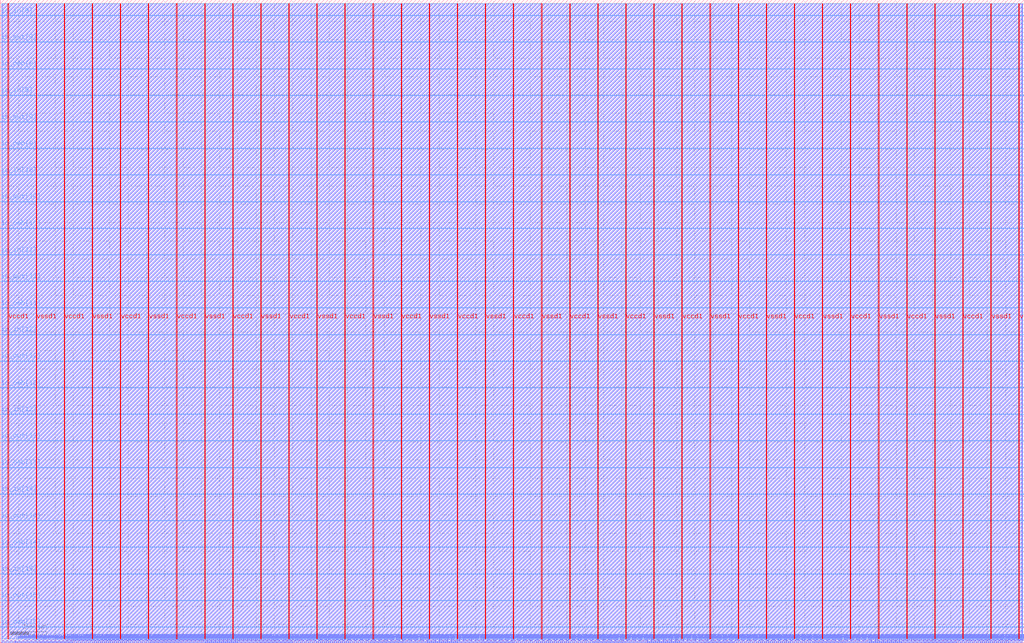
<source format=lef>
VERSION 5.7 ;
  NOWIREEXTENSIONATPIN ON ;
  DIVIDERCHAR "/" ;
  BUSBITCHARS "[]" ;
MACRO user_proj_example
  CLASS BLOCK ;
  FOREIGN user_proj_example ;
  ORIGIN 0.000 0.000 ;
  SIZE 2800.000 BY 1760.000 ;
  PIN io_in[0]
    DIRECTION INPUT ;
    USE SIGNAL ;
    PORT
      LAYER met3 ;
        RECT 2796.000 42.880 2800.000 43.480 ;
    END
  END io_in[0]
  PIN io_in[10]
    DIRECTION INPUT ;
    USE SIGNAL ;
    PORT
      LAYER met3 ;
        RECT 0.000 1279.800 4.000 1280.400 ;
    END
  END io_in[10]
  PIN io_in[11]
    DIRECTION INPUT ;
    USE SIGNAL ;
    PORT
      LAYER met3 ;
        RECT 0.000 1061.520 4.000 1062.120 ;
    END
  END io_in[11]
  PIN io_in[12]
    DIRECTION INPUT ;
    USE SIGNAL ;
    PORT
      LAYER met3 ;
        RECT 0.000 843.240 4.000 843.840 ;
    END
  END io_in[12]
  PIN io_in[13]
    DIRECTION INPUT ;
    USE SIGNAL ;
    PORT
      LAYER met3 ;
        RECT 0.000 624.960 4.000 625.560 ;
    END
  END io_in[13]
  PIN io_in[14]
    DIRECTION INPUT ;
    USE SIGNAL ;
    PORT
      LAYER met3 ;
        RECT 0.000 406.680 4.000 407.280 ;
    END
  END io_in[14]
  PIN io_in[15]
    DIRECTION INPUT ;
    USE SIGNAL ;
    PORT
      LAYER met3 ;
        RECT 0.000 188.400 4.000 189.000 ;
    END
  END io_in[15]
  PIN io_in[1]
    DIRECTION INPUT ;
    USE SIGNAL ;
    PORT
      LAYER met3 ;
        RECT 2796.000 261.160 2800.000 261.760 ;
    END
  END io_in[1]
  PIN io_in[2]
    DIRECTION INPUT ;
    USE SIGNAL ;
    PORT
      LAYER met3 ;
        RECT 2796.000 479.440 2800.000 480.040 ;
    END
  END io_in[2]
  PIN io_in[3]
    DIRECTION INPUT ;
    USE SIGNAL ;
    PORT
      LAYER met3 ;
        RECT 2796.000 697.720 2800.000 698.320 ;
    END
  END io_in[3]
  PIN io_in[4]
    DIRECTION INPUT ;
    USE SIGNAL ;
    PORT
      LAYER met3 ;
        RECT 2796.000 916.000 2800.000 916.600 ;
    END
  END io_in[4]
  PIN io_in[5]
    DIRECTION INPUT ;
    USE SIGNAL ;
    PORT
      LAYER met3 ;
        RECT 2796.000 1134.280 2800.000 1134.880 ;
    END
  END io_in[5]
  PIN io_in[6]
    DIRECTION INPUT ;
    USE SIGNAL ;
    PORT
      LAYER met3 ;
        RECT 2796.000 1352.560 2800.000 1353.160 ;
    END
  END io_in[6]
  PIN io_in[7]
    DIRECTION INPUT ;
    USE SIGNAL ;
    PORT
      LAYER met3 ;
        RECT 2796.000 1570.840 2800.000 1571.440 ;
    END
  END io_in[7]
  PIN io_in[8]
    DIRECTION INPUT ;
    USE SIGNAL ;
    PORT
      LAYER met3 ;
        RECT 0.000 1716.360 4.000 1716.960 ;
    END
  END io_in[8]
  PIN io_in[9]
    DIRECTION INPUT ;
    USE SIGNAL ;
    PORT
      LAYER met3 ;
        RECT 0.000 1498.080 4.000 1498.680 ;
    END
  END io_in[9]
  PIN io_oeb[0]
    DIRECTION OUTPUT TRISTATE ;
    USE SIGNAL ;
    PORT
      LAYER met3 ;
        RECT 2796.000 188.400 2800.000 189.000 ;
    END
  END io_oeb[0]
  PIN io_oeb[10]
    DIRECTION OUTPUT TRISTATE ;
    USE SIGNAL ;
    PORT
      LAYER met3 ;
        RECT 0.000 1134.280 4.000 1134.880 ;
    END
  END io_oeb[10]
  PIN io_oeb[11]
    DIRECTION OUTPUT TRISTATE ;
    USE SIGNAL ;
    PORT
      LAYER met3 ;
        RECT 0.000 916.000 4.000 916.600 ;
    END
  END io_oeb[11]
  PIN io_oeb[12]
    DIRECTION OUTPUT TRISTATE ;
    USE SIGNAL ;
    PORT
      LAYER met3 ;
        RECT 0.000 697.720 4.000 698.320 ;
    END
  END io_oeb[12]
  PIN io_oeb[13]
    DIRECTION OUTPUT TRISTATE ;
    USE SIGNAL ;
    PORT
      LAYER met3 ;
        RECT 0.000 479.440 4.000 480.040 ;
    END
  END io_oeb[13]
  PIN io_oeb[14]
    DIRECTION OUTPUT TRISTATE ;
    USE SIGNAL ;
    PORT
      LAYER met3 ;
        RECT 0.000 261.160 4.000 261.760 ;
    END
  END io_oeb[14]
  PIN io_oeb[15]
    DIRECTION OUTPUT TRISTATE ;
    USE SIGNAL ;
    PORT
      LAYER met3 ;
        RECT 0.000 42.880 4.000 43.480 ;
    END
  END io_oeb[15]
  PIN io_oeb[1]
    DIRECTION OUTPUT TRISTATE ;
    USE SIGNAL ;
    PORT
      LAYER met3 ;
        RECT 2796.000 406.680 2800.000 407.280 ;
    END
  END io_oeb[1]
  PIN io_oeb[2]
    DIRECTION OUTPUT TRISTATE ;
    USE SIGNAL ;
    PORT
      LAYER met3 ;
        RECT 2796.000 624.960 2800.000 625.560 ;
    END
  END io_oeb[2]
  PIN io_oeb[3]
    DIRECTION OUTPUT TRISTATE ;
    USE SIGNAL ;
    PORT
      LAYER met3 ;
        RECT 2796.000 843.240 2800.000 843.840 ;
    END
  END io_oeb[3]
  PIN io_oeb[4]
    DIRECTION OUTPUT TRISTATE ;
    USE SIGNAL ;
    PORT
      LAYER met3 ;
        RECT 2796.000 1061.520 2800.000 1062.120 ;
    END
  END io_oeb[4]
  PIN io_oeb[5]
    DIRECTION OUTPUT TRISTATE ;
    USE SIGNAL ;
    PORT
      LAYER met3 ;
        RECT 2796.000 1279.800 2800.000 1280.400 ;
    END
  END io_oeb[5]
  PIN io_oeb[6]
    DIRECTION OUTPUT TRISTATE ;
    USE SIGNAL ;
    PORT
      LAYER met3 ;
        RECT 2796.000 1498.080 2800.000 1498.680 ;
    END
  END io_oeb[6]
  PIN io_oeb[7]
    DIRECTION OUTPUT TRISTATE ;
    USE SIGNAL ;
    PORT
      LAYER met3 ;
        RECT 2796.000 1716.360 2800.000 1716.960 ;
    END
  END io_oeb[7]
  PIN io_oeb[8]
    DIRECTION OUTPUT TRISTATE ;
    USE SIGNAL ;
    PORT
      LAYER met3 ;
        RECT 0.000 1570.840 4.000 1571.440 ;
    END
  END io_oeb[8]
  PIN io_oeb[9]
    DIRECTION OUTPUT TRISTATE ;
    USE SIGNAL ;
    PORT
      LAYER met3 ;
        RECT 0.000 1352.560 4.000 1353.160 ;
    END
  END io_oeb[9]
  PIN io_out[0]
    DIRECTION OUTPUT TRISTATE ;
    USE SIGNAL ;
    PORT
      LAYER met3 ;
        RECT 2796.000 115.640 2800.000 116.240 ;
    END
  END io_out[0]
  PIN io_out[10]
    DIRECTION OUTPUT TRISTATE ;
    USE SIGNAL ;
    PORT
      LAYER met3 ;
        RECT 0.000 1207.040 4.000 1207.640 ;
    END
  END io_out[10]
  PIN io_out[11]
    DIRECTION OUTPUT TRISTATE ;
    USE SIGNAL ;
    PORT
      LAYER met3 ;
        RECT 0.000 988.760 4.000 989.360 ;
    END
  END io_out[11]
  PIN io_out[12]
    DIRECTION OUTPUT TRISTATE ;
    USE SIGNAL ;
    PORT
      LAYER met3 ;
        RECT 0.000 770.480 4.000 771.080 ;
    END
  END io_out[12]
  PIN io_out[13]
    DIRECTION OUTPUT TRISTATE ;
    USE SIGNAL ;
    PORT
      LAYER met3 ;
        RECT 0.000 552.200 4.000 552.800 ;
    END
  END io_out[13]
  PIN io_out[14]
    DIRECTION OUTPUT TRISTATE ;
    USE SIGNAL ;
    PORT
      LAYER met3 ;
        RECT 0.000 333.920 4.000 334.520 ;
    END
  END io_out[14]
  PIN io_out[15]
    DIRECTION OUTPUT TRISTATE ;
    USE SIGNAL ;
    PORT
      LAYER met3 ;
        RECT 0.000 115.640 4.000 116.240 ;
    END
  END io_out[15]
  PIN io_out[1]
    DIRECTION OUTPUT TRISTATE ;
    USE SIGNAL ;
    PORT
      LAYER met3 ;
        RECT 2796.000 333.920 2800.000 334.520 ;
    END
  END io_out[1]
  PIN io_out[2]
    DIRECTION OUTPUT TRISTATE ;
    USE SIGNAL ;
    PORT
      LAYER met3 ;
        RECT 2796.000 552.200 2800.000 552.800 ;
    END
  END io_out[2]
  PIN io_out[3]
    DIRECTION OUTPUT TRISTATE ;
    USE SIGNAL ;
    PORT
      LAYER met3 ;
        RECT 2796.000 770.480 2800.000 771.080 ;
    END
  END io_out[3]
  PIN io_out[4]
    DIRECTION OUTPUT TRISTATE ;
    USE SIGNAL ;
    PORT
      LAYER met3 ;
        RECT 2796.000 988.760 2800.000 989.360 ;
    END
  END io_out[4]
  PIN io_out[5]
    DIRECTION OUTPUT TRISTATE ;
    USE SIGNAL ;
    PORT
      LAYER met3 ;
        RECT 2796.000 1207.040 2800.000 1207.640 ;
    END
  END io_out[5]
  PIN io_out[6]
    DIRECTION OUTPUT TRISTATE ;
    USE SIGNAL ;
    PORT
      LAYER met3 ;
        RECT 2796.000 1425.320 2800.000 1425.920 ;
    END
  END io_out[6]
  PIN io_out[7]
    DIRECTION OUTPUT TRISTATE ;
    USE SIGNAL ;
    PORT
      LAYER met3 ;
        RECT 2796.000 1643.600 2800.000 1644.200 ;
    END
  END io_out[7]
  PIN io_out[8]
    DIRECTION OUTPUT TRISTATE ;
    USE SIGNAL ;
    PORT
      LAYER met3 ;
        RECT 0.000 1643.600 4.000 1644.200 ;
    END
  END io_out[8]
  PIN io_out[9]
    DIRECTION OUTPUT TRISTATE ;
    USE SIGNAL ;
    PORT
      LAYER met3 ;
        RECT 0.000 1425.320 4.000 1425.920 ;
    END
  END io_out[9]
  PIN irq[0]
    DIRECTION OUTPUT TRISTATE ;
    USE SIGNAL ;
    PORT
      LAYER met2 ;
        RECT 2746.750 0.000 2747.030 4.000 ;
    END
  END irq[0]
  PIN irq[1]
    DIRECTION OUTPUT TRISTATE ;
    USE SIGNAL ;
    PORT
      LAYER met2 ;
        RECT 2752.270 0.000 2752.550 4.000 ;
    END
  END irq[1]
  PIN irq[2]
    DIRECTION OUTPUT TRISTATE ;
    USE SIGNAL ;
    PORT
      LAYER met2 ;
        RECT 2757.790 0.000 2758.070 4.000 ;
    END
  END irq[2]
  PIN la_data_in[0]
    DIRECTION INPUT ;
    USE SIGNAL ;
    PORT
      LAYER met2 ;
        RECT 627.070 0.000 627.350 4.000 ;
    END
  END la_data_in[0]
  PIN la_data_in[100]
    DIRECTION INPUT ;
    USE SIGNAL ;
    PORT
      LAYER met2 ;
        RECT 2283.070 0.000 2283.350 4.000 ;
    END
  END la_data_in[100]
  PIN la_data_in[101]
    DIRECTION INPUT ;
    USE SIGNAL ;
    PORT
      LAYER met2 ;
        RECT 2299.630 0.000 2299.910 4.000 ;
    END
  END la_data_in[101]
  PIN la_data_in[102]
    DIRECTION INPUT ;
    USE SIGNAL ;
    PORT
      LAYER met2 ;
        RECT 2316.190 0.000 2316.470 4.000 ;
    END
  END la_data_in[102]
  PIN la_data_in[103]
    DIRECTION INPUT ;
    USE SIGNAL ;
    PORT
      LAYER met2 ;
        RECT 2332.750 0.000 2333.030 4.000 ;
    END
  END la_data_in[103]
  PIN la_data_in[104]
    DIRECTION INPUT ;
    USE SIGNAL ;
    PORT
      LAYER met2 ;
        RECT 2349.310 0.000 2349.590 4.000 ;
    END
  END la_data_in[104]
  PIN la_data_in[105]
    DIRECTION INPUT ;
    USE SIGNAL ;
    PORT
      LAYER met2 ;
        RECT 2365.870 0.000 2366.150 4.000 ;
    END
  END la_data_in[105]
  PIN la_data_in[106]
    DIRECTION INPUT ;
    USE SIGNAL ;
    PORT
      LAYER met2 ;
        RECT 2382.430 0.000 2382.710 4.000 ;
    END
  END la_data_in[106]
  PIN la_data_in[107]
    DIRECTION INPUT ;
    USE SIGNAL ;
    PORT
      LAYER met2 ;
        RECT 2398.990 0.000 2399.270 4.000 ;
    END
  END la_data_in[107]
  PIN la_data_in[108]
    DIRECTION INPUT ;
    USE SIGNAL ;
    PORT
      LAYER met2 ;
        RECT 2415.550 0.000 2415.830 4.000 ;
    END
  END la_data_in[108]
  PIN la_data_in[109]
    DIRECTION INPUT ;
    USE SIGNAL ;
    PORT
      LAYER met2 ;
        RECT 2432.110 0.000 2432.390 4.000 ;
    END
  END la_data_in[109]
  PIN la_data_in[10]
    DIRECTION INPUT ;
    USE SIGNAL ;
    PORT
      LAYER met2 ;
        RECT 792.670 0.000 792.950 4.000 ;
    END
  END la_data_in[10]
  PIN la_data_in[110]
    DIRECTION INPUT ;
    USE SIGNAL ;
    PORT
      LAYER met2 ;
        RECT 2448.670 0.000 2448.950 4.000 ;
    END
  END la_data_in[110]
  PIN la_data_in[111]
    DIRECTION INPUT ;
    USE SIGNAL ;
    PORT
      LAYER met2 ;
        RECT 2465.230 0.000 2465.510 4.000 ;
    END
  END la_data_in[111]
  PIN la_data_in[112]
    DIRECTION INPUT ;
    USE SIGNAL ;
    PORT
      LAYER met2 ;
        RECT 2481.790 0.000 2482.070 4.000 ;
    END
  END la_data_in[112]
  PIN la_data_in[113]
    DIRECTION INPUT ;
    USE SIGNAL ;
    PORT
      LAYER met2 ;
        RECT 2498.350 0.000 2498.630 4.000 ;
    END
  END la_data_in[113]
  PIN la_data_in[114]
    DIRECTION INPUT ;
    USE SIGNAL ;
    PORT
      LAYER met2 ;
        RECT 2514.910 0.000 2515.190 4.000 ;
    END
  END la_data_in[114]
  PIN la_data_in[115]
    DIRECTION INPUT ;
    USE SIGNAL ;
    PORT
      LAYER met2 ;
        RECT 2531.470 0.000 2531.750 4.000 ;
    END
  END la_data_in[115]
  PIN la_data_in[116]
    DIRECTION INPUT ;
    USE SIGNAL ;
    PORT
      LAYER met2 ;
        RECT 2548.030 0.000 2548.310 4.000 ;
    END
  END la_data_in[116]
  PIN la_data_in[117]
    DIRECTION INPUT ;
    USE SIGNAL ;
    PORT
      LAYER met2 ;
        RECT 2564.590 0.000 2564.870 4.000 ;
    END
  END la_data_in[117]
  PIN la_data_in[118]
    DIRECTION INPUT ;
    USE SIGNAL ;
    PORT
      LAYER met2 ;
        RECT 2581.150 0.000 2581.430 4.000 ;
    END
  END la_data_in[118]
  PIN la_data_in[119]
    DIRECTION INPUT ;
    USE SIGNAL ;
    PORT
      LAYER met2 ;
        RECT 2597.710 0.000 2597.990 4.000 ;
    END
  END la_data_in[119]
  PIN la_data_in[11]
    DIRECTION INPUT ;
    USE SIGNAL ;
    PORT
      LAYER met2 ;
        RECT 809.230 0.000 809.510 4.000 ;
    END
  END la_data_in[11]
  PIN la_data_in[120]
    DIRECTION INPUT ;
    USE SIGNAL ;
    PORT
      LAYER met2 ;
        RECT 2614.270 0.000 2614.550 4.000 ;
    END
  END la_data_in[120]
  PIN la_data_in[121]
    DIRECTION INPUT ;
    USE SIGNAL ;
    PORT
      LAYER met2 ;
        RECT 2630.830 0.000 2631.110 4.000 ;
    END
  END la_data_in[121]
  PIN la_data_in[122]
    DIRECTION INPUT ;
    USE SIGNAL ;
    PORT
      LAYER met2 ;
        RECT 2647.390 0.000 2647.670 4.000 ;
    END
  END la_data_in[122]
  PIN la_data_in[123]
    DIRECTION INPUT ;
    USE SIGNAL ;
    PORT
      LAYER met2 ;
        RECT 2663.950 0.000 2664.230 4.000 ;
    END
  END la_data_in[123]
  PIN la_data_in[124]
    DIRECTION INPUT ;
    USE SIGNAL ;
    PORT
      LAYER met2 ;
        RECT 2680.510 0.000 2680.790 4.000 ;
    END
  END la_data_in[124]
  PIN la_data_in[125]
    DIRECTION INPUT ;
    USE SIGNAL ;
    PORT
      LAYER met2 ;
        RECT 2697.070 0.000 2697.350 4.000 ;
    END
  END la_data_in[125]
  PIN la_data_in[126]
    DIRECTION INPUT ;
    USE SIGNAL ;
    PORT
      LAYER met2 ;
        RECT 2713.630 0.000 2713.910 4.000 ;
    END
  END la_data_in[126]
  PIN la_data_in[127]
    DIRECTION INPUT ;
    USE SIGNAL ;
    PORT
      LAYER met2 ;
        RECT 2730.190 0.000 2730.470 4.000 ;
    END
  END la_data_in[127]
  PIN la_data_in[12]
    DIRECTION INPUT ;
    USE SIGNAL ;
    PORT
      LAYER met2 ;
        RECT 825.790 0.000 826.070 4.000 ;
    END
  END la_data_in[12]
  PIN la_data_in[13]
    DIRECTION INPUT ;
    USE SIGNAL ;
    PORT
      LAYER met2 ;
        RECT 842.350 0.000 842.630 4.000 ;
    END
  END la_data_in[13]
  PIN la_data_in[14]
    DIRECTION INPUT ;
    USE SIGNAL ;
    PORT
      LAYER met2 ;
        RECT 858.910 0.000 859.190 4.000 ;
    END
  END la_data_in[14]
  PIN la_data_in[15]
    DIRECTION INPUT ;
    USE SIGNAL ;
    PORT
      LAYER met2 ;
        RECT 875.470 0.000 875.750 4.000 ;
    END
  END la_data_in[15]
  PIN la_data_in[16]
    DIRECTION INPUT ;
    USE SIGNAL ;
    PORT
      LAYER met2 ;
        RECT 892.030 0.000 892.310 4.000 ;
    END
  END la_data_in[16]
  PIN la_data_in[17]
    DIRECTION INPUT ;
    USE SIGNAL ;
    PORT
      LAYER met2 ;
        RECT 908.590 0.000 908.870 4.000 ;
    END
  END la_data_in[17]
  PIN la_data_in[18]
    DIRECTION INPUT ;
    USE SIGNAL ;
    PORT
      LAYER met2 ;
        RECT 925.150 0.000 925.430 4.000 ;
    END
  END la_data_in[18]
  PIN la_data_in[19]
    DIRECTION INPUT ;
    USE SIGNAL ;
    PORT
      LAYER met2 ;
        RECT 941.710 0.000 941.990 4.000 ;
    END
  END la_data_in[19]
  PIN la_data_in[1]
    DIRECTION INPUT ;
    USE SIGNAL ;
    PORT
      LAYER met2 ;
        RECT 643.630 0.000 643.910 4.000 ;
    END
  END la_data_in[1]
  PIN la_data_in[20]
    DIRECTION INPUT ;
    USE SIGNAL ;
    PORT
      LAYER met2 ;
        RECT 958.270 0.000 958.550 4.000 ;
    END
  END la_data_in[20]
  PIN la_data_in[21]
    DIRECTION INPUT ;
    USE SIGNAL ;
    PORT
      LAYER met2 ;
        RECT 974.830 0.000 975.110 4.000 ;
    END
  END la_data_in[21]
  PIN la_data_in[22]
    DIRECTION INPUT ;
    USE SIGNAL ;
    PORT
      LAYER met2 ;
        RECT 991.390 0.000 991.670 4.000 ;
    END
  END la_data_in[22]
  PIN la_data_in[23]
    DIRECTION INPUT ;
    USE SIGNAL ;
    PORT
      LAYER met2 ;
        RECT 1007.950 0.000 1008.230 4.000 ;
    END
  END la_data_in[23]
  PIN la_data_in[24]
    DIRECTION INPUT ;
    USE SIGNAL ;
    PORT
      LAYER met2 ;
        RECT 1024.510 0.000 1024.790 4.000 ;
    END
  END la_data_in[24]
  PIN la_data_in[25]
    DIRECTION INPUT ;
    USE SIGNAL ;
    PORT
      LAYER met2 ;
        RECT 1041.070 0.000 1041.350 4.000 ;
    END
  END la_data_in[25]
  PIN la_data_in[26]
    DIRECTION INPUT ;
    USE SIGNAL ;
    PORT
      LAYER met2 ;
        RECT 1057.630 0.000 1057.910 4.000 ;
    END
  END la_data_in[26]
  PIN la_data_in[27]
    DIRECTION INPUT ;
    USE SIGNAL ;
    PORT
      LAYER met2 ;
        RECT 1074.190 0.000 1074.470 4.000 ;
    END
  END la_data_in[27]
  PIN la_data_in[28]
    DIRECTION INPUT ;
    USE SIGNAL ;
    PORT
      LAYER met2 ;
        RECT 1090.750 0.000 1091.030 4.000 ;
    END
  END la_data_in[28]
  PIN la_data_in[29]
    DIRECTION INPUT ;
    USE SIGNAL ;
    PORT
      LAYER met2 ;
        RECT 1107.310 0.000 1107.590 4.000 ;
    END
  END la_data_in[29]
  PIN la_data_in[2]
    DIRECTION INPUT ;
    USE SIGNAL ;
    PORT
      LAYER met2 ;
        RECT 660.190 0.000 660.470 4.000 ;
    END
  END la_data_in[2]
  PIN la_data_in[30]
    DIRECTION INPUT ;
    USE SIGNAL ;
    PORT
      LAYER met2 ;
        RECT 1123.870 0.000 1124.150 4.000 ;
    END
  END la_data_in[30]
  PIN la_data_in[31]
    DIRECTION INPUT ;
    USE SIGNAL ;
    PORT
      LAYER met2 ;
        RECT 1140.430 0.000 1140.710 4.000 ;
    END
  END la_data_in[31]
  PIN la_data_in[32]
    DIRECTION INPUT ;
    USE SIGNAL ;
    PORT
      LAYER met2 ;
        RECT 1156.990 0.000 1157.270 4.000 ;
    END
  END la_data_in[32]
  PIN la_data_in[33]
    DIRECTION INPUT ;
    USE SIGNAL ;
    PORT
      LAYER met2 ;
        RECT 1173.550 0.000 1173.830 4.000 ;
    END
  END la_data_in[33]
  PIN la_data_in[34]
    DIRECTION INPUT ;
    USE SIGNAL ;
    PORT
      LAYER met2 ;
        RECT 1190.110 0.000 1190.390 4.000 ;
    END
  END la_data_in[34]
  PIN la_data_in[35]
    DIRECTION INPUT ;
    USE SIGNAL ;
    PORT
      LAYER met2 ;
        RECT 1206.670 0.000 1206.950 4.000 ;
    END
  END la_data_in[35]
  PIN la_data_in[36]
    DIRECTION INPUT ;
    USE SIGNAL ;
    PORT
      LAYER met2 ;
        RECT 1223.230 0.000 1223.510 4.000 ;
    END
  END la_data_in[36]
  PIN la_data_in[37]
    DIRECTION INPUT ;
    USE SIGNAL ;
    PORT
      LAYER met2 ;
        RECT 1239.790 0.000 1240.070 4.000 ;
    END
  END la_data_in[37]
  PIN la_data_in[38]
    DIRECTION INPUT ;
    USE SIGNAL ;
    PORT
      LAYER met2 ;
        RECT 1256.350 0.000 1256.630 4.000 ;
    END
  END la_data_in[38]
  PIN la_data_in[39]
    DIRECTION INPUT ;
    USE SIGNAL ;
    PORT
      LAYER met2 ;
        RECT 1272.910 0.000 1273.190 4.000 ;
    END
  END la_data_in[39]
  PIN la_data_in[3]
    DIRECTION INPUT ;
    USE SIGNAL ;
    PORT
      LAYER met2 ;
        RECT 676.750 0.000 677.030 4.000 ;
    END
  END la_data_in[3]
  PIN la_data_in[40]
    DIRECTION INPUT ;
    USE SIGNAL ;
    PORT
      LAYER met2 ;
        RECT 1289.470 0.000 1289.750 4.000 ;
    END
  END la_data_in[40]
  PIN la_data_in[41]
    DIRECTION INPUT ;
    USE SIGNAL ;
    PORT
      LAYER met2 ;
        RECT 1306.030 0.000 1306.310 4.000 ;
    END
  END la_data_in[41]
  PIN la_data_in[42]
    DIRECTION INPUT ;
    USE SIGNAL ;
    PORT
      LAYER met2 ;
        RECT 1322.590 0.000 1322.870 4.000 ;
    END
  END la_data_in[42]
  PIN la_data_in[43]
    DIRECTION INPUT ;
    USE SIGNAL ;
    PORT
      LAYER met2 ;
        RECT 1339.150 0.000 1339.430 4.000 ;
    END
  END la_data_in[43]
  PIN la_data_in[44]
    DIRECTION INPUT ;
    USE SIGNAL ;
    PORT
      LAYER met2 ;
        RECT 1355.710 0.000 1355.990 4.000 ;
    END
  END la_data_in[44]
  PIN la_data_in[45]
    DIRECTION INPUT ;
    USE SIGNAL ;
    PORT
      LAYER met2 ;
        RECT 1372.270 0.000 1372.550 4.000 ;
    END
  END la_data_in[45]
  PIN la_data_in[46]
    DIRECTION INPUT ;
    USE SIGNAL ;
    PORT
      LAYER met2 ;
        RECT 1388.830 0.000 1389.110 4.000 ;
    END
  END la_data_in[46]
  PIN la_data_in[47]
    DIRECTION INPUT ;
    USE SIGNAL ;
    PORT
      LAYER met2 ;
        RECT 1405.390 0.000 1405.670 4.000 ;
    END
  END la_data_in[47]
  PIN la_data_in[48]
    DIRECTION INPUT ;
    USE SIGNAL ;
    PORT
      LAYER met2 ;
        RECT 1421.950 0.000 1422.230 4.000 ;
    END
  END la_data_in[48]
  PIN la_data_in[49]
    DIRECTION INPUT ;
    USE SIGNAL ;
    PORT
      LAYER met2 ;
        RECT 1438.510 0.000 1438.790 4.000 ;
    END
  END la_data_in[49]
  PIN la_data_in[4]
    DIRECTION INPUT ;
    USE SIGNAL ;
    PORT
      LAYER met2 ;
        RECT 693.310 0.000 693.590 4.000 ;
    END
  END la_data_in[4]
  PIN la_data_in[50]
    DIRECTION INPUT ;
    USE SIGNAL ;
    PORT
      LAYER met2 ;
        RECT 1455.070 0.000 1455.350 4.000 ;
    END
  END la_data_in[50]
  PIN la_data_in[51]
    DIRECTION INPUT ;
    USE SIGNAL ;
    PORT
      LAYER met2 ;
        RECT 1471.630 0.000 1471.910 4.000 ;
    END
  END la_data_in[51]
  PIN la_data_in[52]
    DIRECTION INPUT ;
    USE SIGNAL ;
    PORT
      LAYER met2 ;
        RECT 1488.190 0.000 1488.470 4.000 ;
    END
  END la_data_in[52]
  PIN la_data_in[53]
    DIRECTION INPUT ;
    USE SIGNAL ;
    PORT
      LAYER met2 ;
        RECT 1504.750 0.000 1505.030 4.000 ;
    END
  END la_data_in[53]
  PIN la_data_in[54]
    DIRECTION INPUT ;
    USE SIGNAL ;
    PORT
      LAYER met2 ;
        RECT 1521.310 0.000 1521.590 4.000 ;
    END
  END la_data_in[54]
  PIN la_data_in[55]
    DIRECTION INPUT ;
    USE SIGNAL ;
    PORT
      LAYER met2 ;
        RECT 1537.870 0.000 1538.150 4.000 ;
    END
  END la_data_in[55]
  PIN la_data_in[56]
    DIRECTION INPUT ;
    USE SIGNAL ;
    PORT
      LAYER met2 ;
        RECT 1554.430 0.000 1554.710 4.000 ;
    END
  END la_data_in[56]
  PIN la_data_in[57]
    DIRECTION INPUT ;
    USE SIGNAL ;
    PORT
      LAYER met2 ;
        RECT 1570.990 0.000 1571.270 4.000 ;
    END
  END la_data_in[57]
  PIN la_data_in[58]
    DIRECTION INPUT ;
    USE SIGNAL ;
    PORT
      LAYER met2 ;
        RECT 1587.550 0.000 1587.830 4.000 ;
    END
  END la_data_in[58]
  PIN la_data_in[59]
    DIRECTION INPUT ;
    USE SIGNAL ;
    PORT
      LAYER met2 ;
        RECT 1604.110 0.000 1604.390 4.000 ;
    END
  END la_data_in[59]
  PIN la_data_in[5]
    DIRECTION INPUT ;
    USE SIGNAL ;
    PORT
      LAYER met2 ;
        RECT 709.870 0.000 710.150 4.000 ;
    END
  END la_data_in[5]
  PIN la_data_in[60]
    DIRECTION INPUT ;
    USE SIGNAL ;
    PORT
      LAYER met2 ;
        RECT 1620.670 0.000 1620.950 4.000 ;
    END
  END la_data_in[60]
  PIN la_data_in[61]
    DIRECTION INPUT ;
    USE SIGNAL ;
    PORT
      LAYER met2 ;
        RECT 1637.230 0.000 1637.510 4.000 ;
    END
  END la_data_in[61]
  PIN la_data_in[62]
    DIRECTION INPUT ;
    USE SIGNAL ;
    PORT
      LAYER met2 ;
        RECT 1653.790 0.000 1654.070 4.000 ;
    END
  END la_data_in[62]
  PIN la_data_in[63]
    DIRECTION INPUT ;
    USE SIGNAL ;
    PORT
      LAYER met2 ;
        RECT 1670.350 0.000 1670.630 4.000 ;
    END
  END la_data_in[63]
  PIN la_data_in[64]
    DIRECTION INPUT ;
    USE SIGNAL ;
    PORT
      LAYER met2 ;
        RECT 1686.910 0.000 1687.190 4.000 ;
    END
  END la_data_in[64]
  PIN la_data_in[65]
    DIRECTION INPUT ;
    USE SIGNAL ;
    PORT
      LAYER met2 ;
        RECT 1703.470 0.000 1703.750 4.000 ;
    END
  END la_data_in[65]
  PIN la_data_in[66]
    DIRECTION INPUT ;
    USE SIGNAL ;
    PORT
      LAYER met2 ;
        RECT 1720.030 0.000 1720.310 4.000 ;
    END
  END la_data_in[66]
  PIN la_data_in[67]
    DIRECTION INPUT ;
    USE SIGNAL ;
    PORT
      LAYER met2 ;
        RECT 1736.590 0.000 1736.870 4.000 ;
    END
  END la_data_in[67]
  PIN la_data_in[68]
    DIRECTION INPUT ;
    USE SIGNAL ;
    PORT
      LAYER met2 ;
        RECT 1753.150 0.000 1753.430 4.000 ;
    END
  END la_data_in[68]
  PIN la_data_in[69]
    DIRECTION INPUT ;
    USE SIGNAL ;
    PORT
      LAYER met2 ;
        RECT 1769.710 0.000 1769.990 4.000 ;
    END
  END la_data_in[69]
  PIN la_data_in[6]
    DIRECTION INPUT ;
    USE SIGNAL ;
    PORT
      LAYER met2 ;
        RECT 726.430 0.000 726.710 4.000 ;
    END
  END la_data_in[6]
  PIN la_data_in[70]
    DIRECTION INPUT ;
    USE SIGNAL ;
    PORT
      LAYER met2 ;
        RECT 1786.270 0.000 1786.550 4.000 ;
    END
  END la_data_in[70]
  PIN la_data_in[71]
    DIRECTION INPUT ;
    USE SIGNAL ;
    PORT
      LAYER met2 ;
        RECT 1802.830 0.000 1803.110 4.000 ;
    END
  END la_data_in[71]
  PIN la_data_in[72]
    DIRECTION INPUT ;
    USE SIGNAL ;
    PORT
      LAYER met2 ;
        RECT 1819.390 0.000 1819.670 4.000 ;
    END
  END la_data_in[72]
  PIN la_data_in[73]
    DIRECTION INPUT ;
    USE SIGNAL ;
    PORT
      LAYER met2 ;
        RECT 1835.950 0.000 1836.230 4.000 ;
    END
  END la_data_in[73]
  PIN la_data_in[74]
    DIRECTION INPUT ;
    USE SIGNAL ;
    PORT
      LAYER met2 ;
        RECT 1852.510 0.000 1852.790 4.000 ;
    END
  END la_data_in[74]
  PIN la_data_in[75]
    DIRECTION INPUT ;
    USE SIGNAL ;
    PORT
      LAYER met2 ;
        RECT 1869.070 0.000 1869.350 4.000 ;
    END
  END la_data_in[75]
  PIN la_data_in[76]
    DIRECTION INPUT ;
    USE SIGNAL ;
    PORT
      LAYER met2 ;
        RECT 1885.630 0.000 1885.910 4.000 ;
    END
  END la_data_in[76]
  PIN la_data_in[77]
    DIRECTION INPUT ;
    USE SIGNAL ;
    PORT
      LAYER met2 ;
        RECT 1902.190 0.000 1902.470 4.000 ;
    END
  END la_data_in[77]
  PIN la_data_in[78]
    DIRECTION INPUT ;
    USE SIGNAL ;
    PORT
      LAYER met2 ;
        RECT 1918.750 0.000 1919.030 4.000 ;
    END
  END la_data_in[78]
  PIN la_data_in[79]
    DIRECTION INPUT ;
    USE SIGNAL ;
    PORT
      LAYER met2 ;
        RECT 1935.310 0.000 1935.590 4.000 ;
    END
  END la_data_in[79]
  PIN la_data_in[7]
    DIRECTION INPUT ;
    USE SIGNAL ;
    PORT
      LAYER met2 ;
        RECT 742.990 0.000 743.270 4.000 ;
    END
  END la_data_in[7]
  PIN la_data_in[80]
    DIRECTION INPUT ;
    USE SIGNAL ;
    PORT
      LAYER met2 ;
        RECT 1951.870 0.000 1952.150 4.000 ;
    END
  END la_data_in[80]
  PIN la_data_in[81]
    DIRECTION INPUT ;
    USE SIGNAL ;
    PORT
      LAYER met2 ;
        RECT 1968.430 0.000 1968.710 4.000 ;
    END
  END la_data_in[81]
  PIN la_data_in[82]
    DIRECTION INPUT ;
    USE SIGNAL ;
    PORT
      LAYER met2 ;
        RECT 1984.990 0.000 1985.270 4.000 ;
    END
  END la_data_in[82]
  PIN la_data_in[83]
    DIRECTION INPUT ;
    USE SIGNAL ;
    PORT
      LAYER met2 ;
        RECT 2001.550 0.000 2001.830 4.000 ;
    END
  END la_data_in[83]
  PIN la_data_in[84]
    DIRECTION INPUT ;
    USE SIGNAL ;
    PORT
      LAYER met2 ;
        RECT 2018.110 0.000 2018.390 4.000 ;
    END
  END la_data_in[84]
  PIN la_data_in[85]
    DIRECTION INPUT ;
    USE SIGNAL ;
    PORT
      LAYER met2 ;
        RECT 2034.670 0.000 2034.950 4.000 ;
    END
  END la_data_in[85]
  PIN la_data_in[86]
    DIRECTION INPUT ;
    USE SIGNAL ;
    PORT
      LAYER met2 ;
        RECT 2051.230 0.000 2051.510 4.000 ;
    END
  END la_data_in[86]
  PIN la_data_in[87]
    DIRECTION INPUT ;
    USE SIGNAL ;
    PORT
      LAYER met2 ;
        RECT 2067.790 0.000 2068.070 4.000 ;
    END
  END la_data_in[87]
  PIN la_data_in[88]
    DIRECTION INPUT ;
    USE SIGNAL ;
    PORT
      LAYER met2 ;
        RECT 2084.350 0.000 2084.630 4.000 ;
    END
  END la_data_in[88]
  PIN la_data_in[89]
    DIRECTION INPUT ;
    USE SIGNAL ;
    PORT
      LAYER met2 ;
        RECT 2100.910 0.000 2101.190 4.000 ;
    END
  END la_data_in[89]
  PIN la_data_in[8]
    DIRECTION INPUT ;
    USE SIGNAL ;
    PORT
      LAYER met2 ;
        RECT 759.550 0.000 759.830 4.000 ;
    END
  END la_data_in[8]
  PIN la_data_in[90]
    DIRECTION INPUT ;
    USE SIGNAL ;
    PORT
      LAYER met2 ;
        RECT 2117.470 0.000 2117.750 4.000 ;
    END
  END la_data_in[90]
  PIN la_data_in[91]
    DIRECTION INPUT ;
    USE SIGNAL ;
    PORT
      LAYER met2 ;
        RECT 2134.030 0.000 2134.310 4.000 ;
    END
  END la_data_in[91]
  PIN la_data_in[92]
    DIRECTION INPUT ;
    USE SIGNAL ;
    PORT
      LAYER met2 ;
        RECT 2150.590 0.000 2150.870 4.000 ;
    END
  END la_data_in[92]
  PIN la_data_in[93]
    DIRECTION INPUT ;
    USE SIGNAL ;
    PORT
      LAYER met2 ;
        RECT 2167.150 0.000 2167.430 4.000 ;
    END
  END la_data_in[93]
  PIN la_data_in[94]
    DIRECTION INPUT ;
    USE SIGNAL ;
    PORT
      LAYER met2 ;
        RECT 2183.710 0.000 2183.990 4.000 ;
    END
  END la_data_in[94]
  PIN la_data_in[95]
    DIRECTION INPUT ;
    USE SIGNAL ;
    PORT
      LAYER met2 ;
        RECT 2200.270 0.000 2200.550 4.000 ;
    END
  END la_data_in[95]
  PIN la_data_in[96]
    DIRECTION INPUT ;
    USE SIGNAL ;
    PORT
      LAYER met2 ;
        RECT 2216.830 0.000 2217.110 4.000 ;
    END
  END la_data_in[96]
  PIN la_data_in[97]
    DIRECTION INPUT ;
    USE SIGNAL ;
    PORT
      LAYER met2 ;
        RECT 2233.390 0.000 2233.670 4.000 ;
    END
  END la_data_in[97]
  PIN la_data_in[98]
    DIRECTION INPUT ;
    USE SIGNAL ;
    PORT
      LAYER met2 ;
        RECT 2249.950 0.000 2250.230 4.000 ;
    END
  END la_data_in[98]
  PIN la_data_in[99]
    DIRECTION INPUT ;
    USE SIGNAL ;
    PORT
      LAYER met2 ;
        RECT 2266.510 0.000 2266.790 4.000 ;
    END
  END la_data_in[99]
  PIN la_data_in[9]
    DIRECTION INPUT ;
    USE SIGNAL ;
    PORT
      LAYER met2 ;
        RECT 776.110 0.000 776.390 4.000 ;
    END
  END la_data_in[9]
  PIN la_data_out[0]
    DIRECTION OUTPUT TRISTATE ;
    USE SIGNAL ;
    PORT
      LAYER met2 ;
        RECT 632.590 0.000 632.870 4.000 ;
    END
  END la_data_out[0]
  PIN la_data_out[100]
    DIRECTION OUTPUT TRISTATE ;
    USE SIGNAL ;
    PORT
      LAYER met2 ;
        RECT 2288.590 0.000 2288.870 4.000 ;
    END
  END la_data_out[100]
  PIN la_data_out[101]
    DIRECTION OUTPUT TRISTATE ;
    USE SIGNAL ;
    PORT
      LAYER met2 ;
        RECT 2305.150 0.000 2305.430 4.000 ;
    END
  END la_data_out[101]
  PIN la_data_out[102]
    DIRECTION OUTPUT TRISTATE ;
    USE SIGNAL ;
    PORT
      LAYER met2 ;
        RECT 2321.710 0.000 2321.990 4.000 ;
    END
  END la_data_out[102]
  PIN la_data_out[103]
    DIRECTION OUTPUT TRISTATE ;
    USE SIGNAL ;
    PORT
      LAYER met2 ;
        RECT 2338.270 0.000 2338.550 4.000 ;
    END
  END la_data_out[103]
  PIN la_data_out[104]
    DIRECTION OUTPUT TRISTATE ;
    USE SIGNAL ;
    PORT
      LAYER met2 ;
        RECT 2354.830 0.000 2355.110 4.000 ;
    END
  END la_data_out[104]
  PIN la_data_out[105]
    DIRECTION OUTPUT TRISTATE ;
    USE SIGNAL ;
    PORT
      LAYER met2 ;
        RECT 2371.390 0.000 2371.670 4.000 ;
    END
  END la_data_out[105]
  PIN la_data_out[106]
    DIRECTION OUTPUT TRISTATE ;
    USE SIGNAL ;
    PORT
      LAYER met2 ;
        RECT 2387.950 0.000 2388.230 4.000 ;
    END
  END la_data_out[106]
  PIN la_data_out[107]
    DIRECTION OUTPUT TRISTATE ;
    USE SIGNAL ;
    PORT
      LAYER met2 ;
        RECT 2404.510 0.000 2404.790 4.000 ;
    END
  END la_data_out[107]
  PIN la_data_out[108]
    DIRECTION OUTPUT TRISTATE ;
    USE SIGNAL ;
    PORT
      LAYER met2 ;
        RECT 2421.070 0.000 2421.350 4.000 ;
    END
  END la_data_out[108]
  PIN la_data_out[109]
    DIRECTION OUTPUT TRISTATE ;
    USE SIGNAL ;
    PORT
      LAYER met2 ;
        RECT 2437.630 0.000 2437.910 4.000 ;
    END
  END la_data_out[109]
  PIN la_data_out[10]
    DIRECTION OUTPUT TRISTATE ;
    USE SIGNAL ;
    PORT
      LAYER met2 ;
        RECT 798.190 0.000 798.470 4.000 ;
    END
  END la_data_out[10]
  PIN la_data_out[110]
    DIRECTION OUTPUT TRISTATE ;
    USE SIGNAL ;
    PORT
      LAYER met2 ;
        RECT 2454.190 0.000 2454.470 4.000 ;
    END
  END la_data_out[110]
  PIN la_data_out[111]
    DIRECTION OUTPUT TRISTATE ;
    USE SIGNAL ;
    PORT
      LAYER met2 ;
        RECT 2470.750 0.000 2471.030 4.000 ;
    END
  END la_data_out[111]
  PIN la_data_out[112]
    DIRECTION OUTPUT TRISTATE ;
    USE SIGNAL ;
    PORT
      LAYER met2 ;
        RECT 2487.310 0.000 2487.590 4.000 ;
    END
  END la_data_out[112]
  PIN la_data_out[113]
    DIRECTION OUTPUT TRISTATE ;
    USE SIGNAL ;
    PORT
      LAYER met2 ;
        RECT 2503.870 0.000 2504.150 4.000 ;
    END
  END la_data_out[113]
  PIN la_data_out[114]
    DIRECTION OUTPUT TRISTATE ;
    USE SIGNAL ;
    PORT
      LAYER met2 ;
        RECT 2520.430 0.000 2520.710 4.000 ;
    END
  END la_data_out[114]
  PIN la_data_out[115]
    DIRECTION OUTPUT TRISTATE ;
    USE SIGNAL ;
    PORT
      LAYER met2 ;
        RECT 2536.990 0.000 2537.270 4.000 ;
    END
  END la_data_out[115]
  PIN la_data_out[116]
    DIRECTION OUTPUT TRISTATE ;
    USE SIGNAL ;
    PORT
      LAYER met2 ;
        RECT 2553.550 0.000 2553.830 4.000 ;
    END
  END la_data_out[116]
  PIN la_data_out[117]
    DIRECTION OUTPUT TRISTATE ;
    USE SIGNAL ;
    PORT
      LAYER met2 ;
        RECT 2570.110 0.000 2570.390 4.000 ;
    END
  END la_data_out[117]
  PIN la_data_out[118]
    DIRECTION OUTPUT TRISTATE ;
    USE SIGNAL ;
    PORT
      LAYER met2 ;
        RECT 2586.670 0.000 2586.950 4.000 ;
    END
  END la_data_out[118]
  PIN la_data_out[119]
    DIRECTION OUTPUT TRISTATE ;
    USE SIGNAL ;
    PORT
      LAYER met2 ;
        RECT 2603.230 0.000 2603.510 4.000 ;
    END
  END la_data_out[119]
  PIN la_data_out[11]
    DIRECTION OUTPUT TRISTATE ;
    USE SIGNAL ;
    PORT
      LAYER met2 ;
        RECT 814.750 0.000 815.030 4.000 ;
    END
  END la_data_out[11]
  PIN la_data_out[120]
    DIRECTION OUTPUT TRISTATE ;
    USE SIGNAL ;
    PORT
      LAYER met2 ;
        RECT 2619.790 0.000 2620.070 4.000 ;
    END
  END la_data_out[120]
  PIN la_data_out[121]
    DIRECTION OUTPUT TRISTATE ;
    USE SIGNAL ;
    PORT
      LAYER met2 ;
        RECT 2636.350 0.000 2636.630 4.000 ;
    END
  END la_data_out[121]
  PIN la_data_out[122]
    DIRECTION OUTPUT TRISTATE ;
    USE SIGNAL ;
    PORT
      LAYER met2 ;
        RECT 2652.910 0.000 2653.190 4.000 ;
    END
  END la_data_out[122]
  PIN la_data_out[123]
    DIRECTION OUTPUT TRISTATE ;
    USE SIGNAL ;
    PORT
      LAYER met2 ;
        RECT 2669.470 0.000 2669.750 4.000 ;
    END
  END la_data_out[123]
  PIN la_data_out[124]
    DIRECTION OUTPUT TRISTATE ;
    USE SIGNAL ;
    PORT
      LAYER met2 ;
        RECT 2686.030 0.000 2686.310 4.000 ;
    END
  END la_data_out[124]
  PIN la_data_out[125]
    DIRECTION OUTPUT TRISTATE ;
    USE SIGNAL ;
    PORT
      LAYER met2 ;
        RECT 2702.590 0.000 2702.870 4.000 ;
    END
  END la_data_out[125]
  PIN la_data_out[126]
    DIRECTION OUTPUT TRISTATE ;
    USE SIGNAL ;
    PORT
      LAYER met2 ;
        RECT 2719.150 0.000 2719.430 4.000 ;
    END
  END la_data_out[126]
  PIN la_data_out[127]
    DIRECTION OUTPUT TRISTATE ;
    USE SIGNAL ;
    PORT
      LAYER met2 ;
        RECT 2735.710 0.000 2735.990 4.000 ;
    END
  END la_data_out[127]
  PIN la_data_out[12]
    DIRECTION OUTPUT TRISTATE ;
    USE SIGNAL ;
    PORT
      LAYER met2 ;
        RECT 831.310 0.000 831.590 4.000 ;
    END
  END la_data_out[12]
  PIN la_data_out[13]
    DIRECTION OUTPUT TRISTATE ;
    USE SIGNAL ;
    PORT
      LAYER met2 ;
        RECT 847.870 0.000 848.150 4.000 ;
    END
  END la_data_out[13]
  PIN la_data_out[14]
    DIRECTION OUTPUT TRISTATE ;
    USE SIGNAL ;
    PORT
      LAYER met2 ;
        RECT 864.430 0.000 864.710 4.000 ;
    END
  END la_data_out[14]
  PIN la_data_out[15]
    DIRECTION OUTPUT TRISTATE ;
    USE SIGNAL ;
    PORT
      LAYER met2 ;
        RECT 880.990 0.000 881.270 4.000 ;
    END
  END la_data_out[15]
  PIN la_data_out[16]
    DIRECTION OUTPUT TRISTATE ;
    USE SIGNAL ;
    PORT
      LAYER met2 ;
        RECT 897.550 0.000 897.830 4.000 ;
    END
  END la_data_out[16]
  PIN la_data_out[17]
    DIRECTION OUTPUT TRISTATE ;
    USE SIGNAL ;
    PORT
      LAYER met2 ;
        RECT 914.110 0.000 914.390 4.000 ;
    END
  END la_data_out[17]
  PIN la_data_out[18]
    DIRECTION OUTPUT TRISTATE ;
    USE SIGNAL ;
    PORT
      LAYER met2 ;
        RECT 930.670 0.000 930.950 4.000 ;
    END
  END la_data_out[18]
  PIN la_data_out[19]
    DIRECTION OUTPUT TRISTATE ;
    USE SIGNAL ;
    PORT
      LAYER met2 ;
        RECT 947.230 0.000 947.510 4.000 ;
    END
  END la_data_out[19]
  PIN la_data_out[1]
    DIRECTION OUTPUT TRISTATE ;
    USE SIGNAL ;
    PORT
      LAYER met2 ;
        RECT 649.150 0.000 649.430 4.000 ;
    END
  END la_data_out[1]
  PIN la_data_out[20]
    DIRECTION OUTPUT TRISTATE ;
    USE SIGNAL ;
    PORT
      LAYER met2 ;
        RECT 963.790 0.000 964.070 4.000 ;
    END
  END la_data_out[20]
  PIN la_data_out[21]
    DIRECTION OUTPUT TRISTATE ;
    USE SIGNAL ;
    PORT
      LAYER met2 ;
        RECT 980.350 0.000 980.630 4.000 ;
    END
  END la_data_out[21]
  PIN la_data_out[22]
    DIRECTION OUTPUT TRISTATE ;
    USE SIGNAL ;
    PORT
      LAYER met2 ;
        RECT 996.910 0.000 997.190 4.000 ;
    END
  END la_data_out[22]
  PIN la_data_out[23]
    DIRECTION OUTPUT TRISTATE ;
    USE SIGNAL ;
    PORT
      LAYER met2 ;
        RECT 1013.470 0.000 1013.750 4.000 ;
    END
  END la_data_out[23]
  PIN la_data_out[24]
    DIRECTION OUTPUT TRISTATE ;
    USE SIGNAL ;
    PORT
      LAYER met2 ;
        RECT 1030.030 0.000 1030.310 4.000 ;
    END
  END la_data_out[24]
  PIN la_data_out[25]
    DIRECTION OUTPUT TRISTATE ;
    USE SIGNAL ;
    PORT
      LAYER met2 ;
        RECT 1046.590 0.000 1046.870 4.000 ;
    END
  END la_data_out[25]
  PIN la_data_out[26]
    DIRECTION OUTPUT TRISTATE ;
    USE SIGNAL ;
    PORT
      LAYER met2 ;
        RECT 1063.150 0.000 1063.430 4.000 ;
    END
  END la_data_out[26]
  PIN la_data_out[27]
    DIRECTION OUTPUT TRISTATE ;
    USE SIGNAL ;
    PORT
      LAYER met2 ;
        RECT 1079.710 0.000 1079.990 4.000 ;
    END
  END la_data_out[27]
  PIN la_data_out[28]
    DIRECTION OUTPUT TRISTATE ;
    USE SIGNAL ;
    PORT
      LAYER met2 ;
        RECT 1096.270 0.000 1096.550 4.000 ;
    END
  END la_data_out[28]
  PIN la_data_out[29]
    DIRECTION OUTPUT TRISTATE ;
    USE SIGNAL ;
    PORT
      LAYER met2 ;
        RECT 1112.830 0.000 1113.110 4.000 ;
    END
  END la_data_out[29]
  PIN la_data_out[2]
    DIRECTION OUTPUT TRISTATE ;
    USE SIGNAL ;
    PORT
      LAYER met2 ;
        RECT 665.710 0.000 665.990 4.000 ;
    END
  END la_data_out[2]
  PIN la_data_out[30]
    DIRECTION OUTPUT TRISTATE ;
    USE SIGNAL ;
    PORT
      LAYER met2 ;
        RECT 1129.390 0.000 1129.670 4.000 ;
    END
  END la_data_out[30]
  PIN la_data_out[31]
    DIRECTION OUTPUT TRISTATE ;
    USE SIGNAL ;
    PORT
      LAYER met2 ;
        RECT 1145.950 0.000 1146.230 4.000 ;
    END
  END la_data_out[31]
  PIN la_data_out[32]
    DIRECTION OUTPUT TRISTATE ;
    USE SIGNAL ;
    PORT
      LAYER met2 ;
        RECT 1162.510 0.000 1162.790 4.000 ;
    END
  END la_data_out[32]
  PIN la_data_out[33]
    DIRECTION OUTPUT TRISTATE ;
    USE SIGNAL ;
    PORT
      LAYER met2 ;
        RECT 1179.070 0.000 1179.350 4.000 ;
    END
  END la_data_out[33]
  PIN la_data_out[34]
    DIRECTION OUTPUT TRISTATE ;
    USE SIGNAL ;
    PORT
      LAYER met2 ;
        RECT 1195.630 0.000 1195.910 4.000 ;
    END
  END la_data_out[34]
  PIN la_data_out[35]
    DIRECTION OUTPUT TRISTATE ;
    USE SIGNAL ;
    PORT
      LAYER met2 ;
        RECT 1212.190 0.000 1212.470 4.000 ;
    END
  END la_data_out[35]
  PIN la_data_out[36]
    DIRECTION OUTPUT TRISTATE ;
    USE SIGNAL ;
    PORT
      LAYER met2 ;
        RECT 1228.750 0.000 1229.030 4.000 ;
    END
  END la_data_out[36]
  PIN la_data_out[37]
    DIRECTION OUTPUT TRISTATE ;
    USE SIGNAL ;
    PORT
      LAYER met2 ;
        RECT 1245.310 0.000 1245.590 4.000 ;
    END
  END la_data_out[37]
  PIN la_data_out[38]
    DIRECTION OUTPUT TRISTATE ;
    USE SIGNAL ;
    PORT
      LAYER met2 ;
        RECT 1261.870 0.000 1262.150 4.000 ;
    END
  END la_data_out[38]
  PIN la_data_out[39]
    DIRECTION OUTPUT TRISTATE ;
    USE SIGNAL ;
    PORT
      LAYER met2 ;
        RECT 1278.430 0.000 1278.710 4.000 ;
    END
  END la_data_out[39]
  PIN la_data_out[3]
    DIRECTION OUTPUT TRISTATE ;
    USE SIGNAL ;
    PORT
      LAYER met2 ;
        RECT 682.270 0.000 682.550 4.000 ;
    END
  END la_data_out[3]
  PIN la_data_out[40]
    DIRECTION OUTPUT TRISTATE ;
    USE SIGNAL ;
    PORT
      LAYER met2 ;
        RECT 1294.990 0.000 1295.270 4.000 ;
    END
  END la_data_out[40]
  PIN la_data_out[41]
    DIRECTION OUTPUT TRISTATE ;
    USE SIGNAL ;
    PORT
      LAYER met2 ;
        RECT 1311.550 0.000 1311.830 4.000 ;
    END
  END la_data_out[41]
  PIN la_data_out[42]
    DIRECTION OUTPUT TRISTATE ;
    USE SIGNAL ;
    PORT
      LAYER met2 ;
        RECT 1328.110 0.000 1328.390 4.000 ;
    END
  END la_data_out[42]
  PIN la_data_out[43]
    DIRECTION OUTPUT TRISTATE ;
    USE SIGNAL ;
    PORT
      LAYER met2 ;
        RECT 1344.670 0.000 1344.950 4.000 ;
    END
  END la_data_out[43]
  PIN la_data_out[44]
    DIRECTION OUTPUT TRISTATE ;
    USE SIGNAL ;
    PORT
      LAYER met2 ;
        RECT 1361.230 0.000 1361.510 4.000 ;
    END
  END la_data_out[44]
  PIN la_data_out[45]
    DIRECTION OUTPUT TRISTATE ;
    USE SIGNAL ;
    PORT
      LAYER met2 ;
        RECT 1377.790 0.000 1378.070 4.000 ;
    END
  END la_data_out[45]
  PIN la_data_out[46]
    DIRECTION OUTPUT TRISTATE ;
    USE SIGNAL ;
    PORT
      LAYER met2 ;
        RECT 1394.350 0.000 1394.630 4.000 ;
    END
  END la_data_out[46]
  PIN la_data_out[47]
    DIRECTION OUTPUT TRISTATE ;
    USE SIGNAL ;
    PORT
      LAYER met2 ;
        RECT 1410.910 0.000 1411.190 4.000 ;
    END
  END la_data_out[47]
  PIN la_data_out[48]
    DIRECTION OUTPUT TRISTATE ;
    USE SIGNAL ;
    PORT
      LAYER met2 ;
        RECT 1427.470 0.000 1427.750 4.000 ;
    END
  END la_data_out[48]
  PIN la_data_out[49]
    DIRECTION OUTPUT TRISTATE ;
    USE SIGNAL ;
    PORT
      LAYER met2 ;
        RECT 1444.030 0.000 1444.310 4.000 ;
    END
  END la_data_out[49]
  PIN la_data_out[4]
    DIRECTION OUTPUT TRISTATE ;
    USE SIGNAL ;
    PORT
      LAYER met2 ;
        RECT 698.830 0.000 699.110 4.000 ;
    END
  END la_data_out[4]
  PIN la_data_out[50]
    DIRECTION OUTPUT TRISTATE ;
    USE SIGNAL ;
    PORT
      LAYER met2 ;
        RECT 1460.590 0.000 1460.870 4.000 ;
    END
  END la_data_out[50]
  PIN la_data_out[51]
    DIRECTION OUTPUT TRISTATE ;
    USE SIGNAL ;
    PORT
      LAYER met2 ;
        RECT 1477.150 0.000 1477.430 4.000 ;
    END
  END la_data_out[51]
  PIN la_data_out[52]
    DIRECTION OUTPUT TRISTATE ;
    USE SIGNAL ;
    PORT
      LAYER met2 ;
        RECT 1493.710 0.000 1493.990 4.000 ;
    END
  END la_data_out[52]
  PIN la_data_out[53]
    DIRECTION OUTPUT TRISTATE ;
    USE SIGNAL ;
    PORT
      LAYER met2 ;
        RECT 1510.270 0.000 1510.550 4.000 ;
    END
  END la_data_out[53]
  PIN la_data_out[54]
    DIRECTION OUTPUT TRISTATE ;
    USE SIGNAL ;
    PORT
      LAYER met2 ;
        RECT 1526.830 0.000 1527.110 4.000 ;
    END
  END la_data_out[54]
  PIN la_data_out[55]
    DIRECTION OUTPUT TRISTATE ;
    USE SIGNAL ;
    PORT
      LAYER met2 ;
        RECT 1543.390 0.000 1543.670 4.000 ;
    END
  END la_data_out[55]
  PIN la_data_out[56]
    DIRECTION OUTPUT TRISTATE ;
    USE SIGNAL ;
    PORT
      LAYER met2 ;
        RECT 1559.950 0.000 1560.230 4.000 ;
    END
  END la_data_out[56]
  PIN la_data_out[57]
    DIRECTION OUTPUT TRISTATE ;
    USE SIGNAL ;
    PORT
      LAYER met2 ;
        RECT 1576.510 0.000 1576.790 4.000 ;
    END
  END la_data_out[57]
  PIN la_data_out[58]
    DIRECTION OUTPUT TRISTATE ;
    USE SIGNAL ;
    PORT
      LAYER met2 ;
        RECT 1593.070 0.000 1593.350 4.000 ;
    END
  END la_data_out[58]
  PIN la_data_out[59]
    DIRECTION OUTPUT TRISTATE ;
    USE SIGNAL ;
    PORT
      LAYER met2 ;
        RECT 1609.630 0.000 1609.910 4.000 ;
    END
  END la_data_out[59]
  PIN la_data_out[5]
    DIRECTION OUTPUT TRISTATE ;
    USE SIGNAL ;
    PORT
      LAYER met2 ;
        RECT 715.390 0.000 715.670 4.000 ;
    END
  END la_data_out[5]
  PIN la_data_out[60]
    DIRECTION OUTPUT TRISTATE ;
    USE SIGNAL ;
    PORT
      LAYER met2 ;
        RECT 1626.190 0.000 1626.470 4.000 ;
    END
  END la_data_out[60]
  PIN la_data_out[61]
    DIRECTION OUTPUT TRISTATE ;
    USE SIGNAL ;
    PORT
      LAYER met2 ;
        RECT 1642.750 0.000 1643.030 4.000 ;
    END
  END la_data_out[61]
  PIN la_data_out[62]
    DIRECTION OUTPUT TRISTATE ;
    USE SIGNAL ;
    PORT
      LAYER met2 ;
        RECT 1659.310 0.000 1659.590 4.000 ;
    END
  END la_data_out[62]
  PIN la_data_out[63]
    DIRECTION OUTPUT TRISTATE ;
    USE SIGNAL ;
    PORT
      LAYER met2 ;
        RECT 1675.870 0.000 1676.150 4.000 ;
    END
  END la_data_out[63]
  PIN la_data_out[64]
    DIRECTION OUTPUT TRISTATE ;
    USE SIGNAL ;
    PORT
      LAYER met2 ;
        RECT 1692.430 0.000 1692.710 4.000 ;
    END
  END la_data_out[64]
  PIN la_data_out[65]
    DIRECTION OUTPUT TRISTATE ;
    USE SIGNAL ;
    PORT
      LAYER met2 ;
        RECT 1708.990 0.000 1709.270 4.000 ;
    END
  END la_data_out[65]
  PIN la_data_out[66]
    DIRECTION OUTPUT TRISTATE ;
    USE SIGNAL ;
    PORT
      LAYER met2 ;
        RECT 1725.550 0.000 1725.830 4.000 ;
    END
  END la_data_out[66]
  PIN la_data_out[67]
    DIRECTION OUTPUT TRISTATE ;
    USE SIGNAL ;
    PORT
      LAYER met2 ;
        RECT 1742.110 0.000 1742.390 4.000 ;
    END
  END la_data_out[67]
  PIN la_data_out[68]
    DIRECTION OUTPUT TRISTATE ;
    USE SIGNAL ;
    PORT
      LAYER met2 ;
        RECT 1758.670 0.000 1758.950 4.000 ;
    END
  END la_data_out[68]
  PIN la_data_out[69]
    DIRECTION OUTPUT TRISTATE ;
    USE SIGNAL ;
    PORT
      LAYER met2 ;
        RECT 1775.230 0.000 1775.510 4.000 ;
    END
  END la_data_out[69]
  PIN la_data_out[6]
    DIRECTION OUTPUT TRISTATE ;
    USE SIGNAL ;
    PORT
      LAYER met2 ;
        RECT 731.950 0.000 732.230 4.000 ;
    END
  END la_data_out[6]
  PIN la_data_out[70]
    DIRECTION OUTPUT TRISTATE ;
    USE SIGNAL ;
    PORT
      LAYER met2 ;
        RECT 1791.790 0.000 1792.070 4.000 ;
    END
  END la_data_out[70]
  PIN la_data_out[71]
    DIRECTION OUTPUT TRISTATE ;
    USE SIGNAL ;
    PORT
      LAYER met2 ;
        RECT 1808.350 0.000 1808.630 4.000 ;
    END
  END la_data_out[71]
  PIN la_data_out[72]
    DIRECTION OUTPUT TRISTATE ;
    USE SIGNAL ;
    PORT
      LAYER met2 ;
        RECT 1824.910 0.000 1825.190 4.000 ;
    END
  END la_data_out[72]
  PIN la_data_out[73]
    DIRECTION OUTPUT TRISTATE ;
    USE SIGNAL ;
    PORT
      LAYER met2 ;
        RECT 1841.470 0.000 1841.750 4.000 ;
    END
  END la_data_out[73]
  PIN la_data_out[74]
    DIRECTION OUTPUT TRISTATE ;
    USE SIGNAL ;
    PORT
      LAYER met2 ;
        RECT 1858.030 0.000 1858.310 4.000 ;
    END
  END la_data_out[74]
  PIN la_data_out[75]
    DIRECTION OUTPUT TRISTATE ;
    USE SIGNAL ;
    PORT
      LAYER met2 ;
        RECT 1874.590 0.000 1874.870 4.000 ;
    END
  END la_data_out[75]
  PIN la_data_out[76]
    DIRECTION OUTPUT TRISTATE ;
    USE SIGNAL ;
    PORT
      LAYER met2 ;
        RECT 1891.150 0.000 1891.430 4.000 ;
    END
  END la_data_out[76]
  PIN la_data_out[77]
    DIRECTION OUTPUT TRISTATE ;
    USE SIGNAL ;
    PORT
      LAYER met2 ;
        RECT 1907.710 0.000 1907.990 4.000 ;
    END
  END la_data_out[77]
  PIN la_data_out[78]
    DIRECTION OUTPUT TRISTATE ;
    USE SIGNAL ;
    PORT
      LAYER met2 ;
        RECT 1924.270 0.000 1924.550 4.000 ;
    END
  END la_data_out[78]
  PIN la_data_out[79]
    DIRECTION OUTPUT TRISTATE ;
    USE SIGNAL ;
    PORT
      LAYER met2 ;
        RECT 1940.830 0.000 1941.110 4.000 ;
    END
  END la_data_out[79]
  PIN la_data_out[7]
    DIRECTION OUTPUT TRISTATE ;
    USE SIGNAL ;
    PORT
      LAYER met2 ;
        RECT 748.510 0.000 748.790 4.000 ;
    END
  END la_data_out[7]
  PIN la_data_out[80]
    DIRECTION OUTPUT TRISTATE ;
    USE SIGNAL ;
    PORT
      LAYER met2 ;
        RECT 1957.390 0.000 1957.670 4.000 ;
    END
  END la_data_out[80]
  PIN la_data_out[81]
    DIRECTION OUTPUT TRISTATE ;
    USE SIGNAL ;
    PORT
      LAYER met2 ;
        RECT 1973.950 0.000 1974.230 4.000 ;
    END
  END la_data_out[81]
  PIN la_data_out[82]
    DIRECTION OUTPUT TRISTATE ;
    USE SIGNAL ;
    PORT
      LAYER met2 ;
        RECT 1990.510 0.000 1990.790 4.000 ;
    END
  END la_data_out[82]
  PIN la_data_out[83]
    DIRECTION OUTPUT TRISTATE ;
    USE SIGNAL ;
    PORT
      LAYER met2 ;
        RECT 2007.070 0.000 2007.350 4.000 ;
    END
  END la_data_out[83]
  PIN la_data_out[84]
    DIRECTION OUTPUT TRISTATE ;
    USE SIGNAL ;
    PORT
      LAYER met2 ;
        RECT 2023.630 0.000 2023.910 4.000 ;
    END
  END la_data_out[84]
  PIN la_data_out[85]
    DIRECTION OUTPUT TRISTATE ;
    USE SIGNAL ;
    PORT
      LAYER met2 ;
        RECT 2040.190 0.000 2040.470 4.000 ;
    END
  END la_data_out[85]
  PIN la_data_out[86]
    DIRECTION OUTPUT TRISTATE ;
    USE SIGNAL ;
    PORT
      LAYER met2 ;
        RECT 2056.750 0.000 2057.030 4.000 ;
    END
  END la_data_out[86]
  PIN la_data_out[87]
    DIRECTION OUTPUT TRISTATE ;
    USE SIGNAL ;
    PORT
      LAYER met2 ;
        RECT 2073.310 0.000 2073.590 4.000 ;
    END
  END la_data_out[87]
  PIN la_data_out[88]
    DIRECTION OUTPUT TRISTATE ;
    USE SIGNAL ;
    PORT
      LAYER met2 ;
        RECT 2089.870 0.000 2090.150 4.000 ;
    END
  END la_data_out[88]
  PIN la_data_out[89]
    DIRECTION OUTPUT TRISTATE ;
    USE SIGNAL ;
    PORT
      LAYER met2 ;
        RECT 2106.430 0.000 2106.710 4.000 ;
    END
  END la_data_out[89]
  PIN la_data_out[8]
    DIRECTION OUTPUT TRISTATE ;
    USE SIGNAL ;
    PORT
      LAYER met2 ;
        RECT 765.070 0.000 765.350 4.000 ;
    END
  END la_data_out[8]
  PIN la_data_out[90]
    DIRECTION OUTPUT TRISTATE ;
    USE SIGNAL ;
    PORT
      LAYER met2 ;
        RECT 2122.990 0.000 2123.270 4.000 ;
    END
  END la_data_out[90]
  PIN la_data_out[91]
    DIRECTION OUTPUT TRISTATE ;
    USE SIGNAL ;
    PORT
      LAYER met2 ;
        RECT 2139.550 0.000 2139.830 4.000 ;
    END
  END la_data_out[91]
  PIN la_data_out[92]
    DIRECTION OUTPUT TRISTATE ;
    USE SIGNAL ;
    PORT
      LAYER met2 ;
        RECT 2156.110 0.000 2156.390 4.000 ;
    END
  END la_data_out[92]
  PIN la_data_out[93]
    DIRECTION OUTPUT TRISTATE ;
    USE SIGNAL ;
    PORT
      LAYER met2 ;
        RECT 2172.670 0.000 2172.950 4.000 ;
    END
  END la_data_out[93]
  PIN la_data_out[94]
    DIRECTION OUTPUT TRISTATE ;
    USE SIGNAL ;
    PORT
      LAYER met2 ;
        RECT 2189.230 0.000 2189.510 4.000 ;
    END
  END la_data_out[94]
  PIN la_data_out[95]
    DIRECTION OUTPUT TRISTATE ;
    USE SIGNAL ;
    PORT
      LAYER met2 ;
        RECT 2205.790 0.000 2206.070 4.000 ;
    END
  END la_data_out[95]
  PIN la_data_out[96]
    DIRECTION OUTPUT TRISTATE ;
    USE SIGNAL ;
    PORT
      LAYER met2 ;
        RECT 2222.350 0.000 2222.630 4.000 ;
    END
  END la_data_out[96]
  PIN la_data_out[97]
    DIRECTION OUTPUT TRISTATE ;
    USE SIGNAL ;
    PORT
      LAYER met2 ;
        RECT 2238.910 0.000 2239.190 4.000 ;
    END
  END la_data_out[97]
  PIN la_data_out[98]
    DIRECTION OUTPUT TRISTATE ;
    USE SIGNAL ;
    PORT
      LAYER met2 ;
        RECT 2255.470 0.000 2255.750 4.000 ;
    END
  END la_data_out[98]
  PIN la_data_out[99]
    DIRECTION OUTPUT TRISTATE ;
    USE SIGNAL ;
    PORT
      LAYER met2 ;
        RECT 2272.030 0.000 2272.310 4.000 ;
    END
  END la_data_out[99]
  PIN la_data_out[9]
    DIRECTION OUTPUT TRISTATE ;
    USE SIGNAL ;
    PORT
      LAYER met2 ;
        RECT 781.630 0.000 781.910 4.000 ;
    END
  END la_data_out[9]
  PIN la_oenb[0]
    DIRECTION INPUT ;
    USE SIGNAL ;
    PORT
      LAYER met2 ;
        RECT 638.110 0.000 638.390 4.000 ;
    END
  END la_oenb[0]
  PIN la_oenb[100]
    DIRECTION INPUT ;
    USE SIGNAL ;
    PORT
      LAYER met2 ;
        RECT 2294.110 0.000 2294.390 4.000 ;
    END
  END la_oenb[100]
  PIN la_oenb[101]
    DIRECTION INPUT ;
    USE SIGNAL ;
    PORT
      LAYER met2 ;
        RECT 2310.670 0.000 2310.950 4.000 ;
    END
  END la_oenb[101]
  PIN la_oenb[102]
    DIRECTION INPUT ;
    USE SIGNAL ;
    PORT
      LAYER met2 ;
        RECT 2327.230 0.000 2327.510 4.000 ;
    END
  END la_oenb[102]
  PIN la_oenb[103]
    DIRECTION INPUT ;
    USE SIGNAL ;
    PORT
      LAYER met2 ;
        RECT 2343.790 0.000 2344.070 4.000 ;
    END
  END la_oenb[103]
  PIN la_oenb[104]
    DIRECTION INPUT ;
    USE SIGNAL ;
    PORT
      LAYER met2 ;
        RECT 2360.350 0.000 2360.630 4.000 ;
    END
  END la_oenb[104]
  PIN la_oenb[105]
    DIRECTION INPUT ;
    USE SIGNAL ;
    PORT
      LAYER met2 ;
        RECT 2376.910 0.000 2377.190 4.000 ;
    END
  END la_oenb[105]
  PIN la_oenb[106]
    DIRECTION INPUT ;
    USE SIGNAL ;
    PORT
      LAYER met2 ;
        RECT 2393.470 0.000 2393.750 4.000 ;
    END
  END la_oenb[106]
  PIN la_oenb[107]
    DIRECTION INPUT ;
    USE SIGNAL ;
    PORT
      LAYER met2 ;
        RECT 2410.030 0.000 2410.310 4.000 ;
    END
  END la_oenb[107]
  PIN la_oenb[108]
    DIRECTION INPUT ;
    USE SIGNAL ;
    PORT
      LAYER met2 ;
        RECT 2426.590 0.000 2426.870 4.000 ;
    END
  END la_oenb[108]
  PIN la_oenb[109]
    DIRECTION INPUT ;
    USE SIGNAL ;
    PORT
      LAYER met2 ;
        RECT 2443.150 0.000 2443.430 4.000 ;
    END
  END la_oenb[109]
  PIN la_oenb[10]
    DIRECTION INPUT ;
    USE SIGNAL ;
    PORT
      LAYER met2 ;
        RECT 803.710 0.000 803.990 4.000 ;
    END
  END la_oenb[10]
  PIN la_oenb[110]
    DIRECTION INPUT ;
    USE SIGNAL ;
    PORT
      LAYER met2 ;
        RECT 2459.710 0.000 2459.990 4.000 ;
    END
  END la_oenb[110]
  PIN la_oenb[111]
    DIRECTION INPUT ;
    USE SIGNAL ;
    PORT
      LAYER met2 ;
        RECT 2476.270 0.000 2476.550 4.000 ;
    END
  END la_oenb[111]
  PIN la_oenb[112]
    DIRECTION INPUT ;
    USE SIGNAL ;
    PORT
      LAYER met2 ;
        RECT 2492.830 0.000 2493.110 4.000 ;
    END
  END la_oenb[112]
  PIN la_oenb[113]
    DIRECTION INPUT ;
    USE SIGNAL ;
    PORT
      LAYER met2 ;
        RECT 2509.390 0.000 2509.670 4.000 ;
    END
  END la_oenb[113]
  PIN la_oenb[114]
    DIRECTION INPUT ;
    USE SIGNAL ;
    PORT
      LAYER met2 ;
        RECT 2525.950 0.000 2526.230 4.000 ;
    END
  END la_oenb[114]
  PIN la_oenb[115]
    DIRECTION INPUT ;
    USE SIGNAL ;
    PORT
      LAYER met2 ;
        RECT 2542.510 0.000 2542.790 4.000 ;
    END
  END la_oenb[115]
  PIN la_oenb[116]
    DIRECTION INPUT ;
    USE SIGNAL ;
    PORT
      LAYER met2 ;
        RECT 2559.070 0.000 2559.350 4.000 ;
    END
  END la_oenb[116]
  PIN la_oenb[117]
    DIRECTION INPUT ;
    USE SIGNAL ;
    PORT
      LAYER met2 ;
        RECT 2575.630 0.000 2575.910 4.000 ;
    END
  END la_oenb[117]
  PIN la_oenb[118]
    DIRECTION INPUT ;
    USE SIGNAL ;
    PORT
      LAYER met2 ;
        RECT 2592.190 0.000 2592.470 4.000 ;
    END
  END la_oenb[118]
  PIN la_oenb[119]
    DIRECTION INPUT ;
    USE SIGNAL ;
    PORT
      LAYER met2 ;
        RECT 2608.750 0.000 2609.030 4.000 ;
    END
  END la_oenb[119]
  PIN la_oenb[11]
    DIRECTION INPUT ;
    USE SIGNAL ;
    PORT
      LAYER met2 ;
        RECT 820.270 0.000 820.550 4.000 ;
    END
  END la_oenb[11]
  PIN la_oenb[120]
    DIRECTION INPUT ;
    USE SIGNAL ;
    PORT
      LAYER met2 ;
        RECT 2625.310 0.000 2625.590 4.000 ;
    END
  END la_oenb[120]
  PIN la_oenb[121]
    DIRECTION INPUT ;
    USE SIGNAL ;
    PORT
      LAYER met2 ;
        RECT 2641.870 0.000 2642.150 4.000 ;
    END
  END la_oenb[121]
  PIN la_oenb[122]
    DIRECTION INPUT ;
    USE SIGNAL ;
    PORT
      LAYER met2 ;
        RECT 2658.430 0.000 2658.710 4.000 ;
    END
  END la_oenb[122]
  PIN la_oenb[123]
    DIRECTION INPUT ;
    USE SIGNAL ;
    PORT
      LAYER met2 ;
        RECT 2674.990 0.000 2675.270 4.000 ;
    END
  END la_oenb[123]
  PIN la_oenb[124]
    DIRECTION INPUT ;
    USE SIGNAL ;
    PORT
      LAYER met2 ;
        RECT 2691.550 0.000 2691.830 4.000 ;
    END
  END la_oenb[124]
  PIN la_oenb[125]
    DIRECTION INPUT ;
    USE SIGNAL ;
    PORT
      LAYER met2 ;
        RECT 2708.110 0.000 2708.390 4.000 ;
    END
  END la_oenb[125]
  PIN la_oenb[126]
    DIRECTION INPUT ;
    USE SIGNAL ;
    PORT
      LAYER met2 ;
        RECT 2724.670 0.000 2724.950 4.000 ;
    END
  END la_oenb[126]
  PIN la_oenb[127]
    DIRECTION INPUT ;
    USE SIGNAL ;
    PORT
      LAYER met2 ;
        RECT 2741.230 0.000 2741.510 4.000 ;
    END
  END la_oenb[127]
  PIN la_oenb[12]
    DIRECTION INPUT ;
    USE SIGNAL ;
    PORT
      LAYER met2 ;
        RECT 836.830 0.000 837.110 4.000 ;
    END
  END la_oenb[12]
  PIN la_oenb[13]
    DIRECTION INPUT ;
    USE SIGNAL ;
    PORT
      LAYER met2 ;
        RECT 853.390 0.000 853.670 4.000 ;
    END
  END la_oenb[13]
  PIN la_oenb[14]
    DIRECTION INPUT ;
    USE SIGNAL ;
    PORT
      LAYER met2 ;
        RECT 869.950 0.000 870.230 4.000 ;
    END
  END la_oenb[14]
  PIN la_oenb[15]
    DIRECTION INPUT ;
    USE SIGNAL ;
    PORT
      LAYER met2 ;
        RECT 886.510 0.000 886.790 4.000 ;
    END
  END la_oenb[15]
  PIN la_oenb[16]
    DIRECTION INPUT ;
    USE SIGNAL ;
    PORT
      LAYER met2 ;
        RECT 903.070 0.000 903.350 4.000 ;
    END
  END la_oenb[16]
  PIN la_oenb[17]
    DIRECTION INPUT ;
    USE SIGNAL ;
    PORT
      LAYER met2 ;
        RECT 919.630 0.000 919.910 4.000 ;
    END
  END la_oenb[17]
  PIN la_oenb[18]
    DIRECTION INPUT ;
    USE SIGNAL ;
    PORT
      LAYER met2 ;
        RECT 936.190 0.000 936.470 4.000 ;
    END
  END la_oenb[18]
  PIN la_oenb[19]
    DIRECTION INPUT ;
    USE SIGNAL ;
    PORT
      LAYER met2 ;
        RECT 952.750 0.000 953.030 4.000 ;
    END
  END la_oenb[19]
  PIN la_oenb[1]
    DIRECTION INPUT ;
    USE SIGNAL ;
    PORT
      LAYER met2 ;
        RECT 654.670 0.000 654.950 4.000 ;
    END
  END la_oenb[1]
  PIN la_oenb[20]
    DIRECTION INPUT ;
    USE SIGNAL ;
    PORT
      LAYER met2 ;
        RECT 969.310 0.000 969.590 4.000 ;
    END
  END la_oenb[20]
  PIN la_oenb[21]
    DIRECTION INPUT ;
    USE SIGNAL ;
    PORT
      LAYER met2 ;
        RECT 985.870 0.000 986.150 4.000 ;
    END
  END la_oenb[21]
  PIN la_oenb[22]
    DIRECTION INPUT ;
    USE SIGNAL ;
    PORT
      LAYER met2 ;
        RECT 1002.430 0.000 1002.710 4.000 ;
    END
  END la_oenb[22]
  PIN la_oenb[23]
    DIRECTION INPUT ;
    USE SIGNAL ;
    PORT
      LAYER met2 ;
        RECT 1018.990 0.000 1019.270 4.000 ;
    END
  END la_oenb[23]
  PIN la_oenb[24]
    DIRECTION INPUT ;
    USE SIGNAL ;
    PORT
      LAYER met2 ;
        RECT 1035.550 0.000 1035.830 4.000 ;
    END
  END la_oenb[24]
  PIN la_oenb[25]
    DIRECTION INPUT ;
    USE SIGNAL ;
    PORT
      LAYER met2 ;
        RECT 1052.110 0.000 1052.390 4.000 ;
    END
  END la_oenb[25]
  PIN la_oenb[26]
    DIRECTION INPUT ;
    USE SIGNAL ;
    PORT
      LAYER met2 ;
        RECT 1068.670 0.000 1068.950 4.000 ;
    END
  END la_oenb[26]
  PIN la_oenb[27]
    DIRECTION INPUT ;
    USE SIGNAL ;
    PORT
      LAYER met2 ;
        RECT 1085.230 0.000 1085.510 4.000 ;
    END
  END la_oenb[27]
  PIN la_oenb[28]
    DIRECTION INPUT ;
    USE SIGNAL ;
    PORT
      LAYER met2 ;
        RECT 1101.790 0.000 1102.070 4.000 ;
    END
  END la_oenb[28]
  PIN la_oenb[29]
    DIRECTION INPUT ;
    USE SIGNAL ;
    PORT
      LAYER met2 ;
        RECT 1118.350 0.000 1118.630 4.000 ;
    END
  END la_oenb[29]
  PIN la_oenb[2]
    DIRECTION INPUT ;
    USE SIGNAL ;
    PORT
      LAYER met2 ;
        RECT 671.230 0.000 671.510 4.000 ;
    END
  END la_oenb[2]
  PIN la_oenb[30]
    DIRECTION INPUT ;
    USE SIGNAL ;
    PORT
      LAYER met2 ;
        RECT 1134.910 0.000 1135.190 4.000 ;
    END
  END la_oenb[30]
  PIN la_oenb[31]
    DIRECTION INPUT ;
    USE SIGNAL ;
    PORT
      LAYER met2 ;
        RECT 1151.470 0.000 1151.750 4.000 ;
    END
  END la_oenb[31]
  PIN la_oenb[32]
    DIRECTION INPUT ;
    USE SIGNAL ;
    PORT
      LAYER met2 ;
        RECT 1168.030 0.000 1168.310 4.000 ;
    END
  END la_oenb[32]
  PIN la_oenb[33]
    DIRECTION INPUT ;
    USE SIGNAL ;
    PORT
      LAYER met2 ;
        RECT 1184.590 0.000 1184.870 4.000 ;
    END
  END la_oenb[33]
  PIN la_oenb[34]
    DIRECTION INPUT ;
    USE SIGNAL ;
    PORT
      LAYER met2 ;
        RECT 1201.150 0.000 1201.430 4.000 ;
    END
  END la_oenb[34]
  PIN la_oenb[35]
    DIRECTION INPUT ;
    USE SIGNAL ;
    PORT
      LAYER met2 ;
        RECT 1217.710 0.000 1217.990 4.000 ;
    END
  END la_oenb[35]
  PIN la_oenb[36]
    DIRECTION INPUT ;
    USE SIGNAL ;
    PORT
      LAYER met2 ;
        RECT 1234.270 0.000 1234.550 4.000 ;
    END
  END la_oenb[36]
  PIN la_oenb[37]
    DIRECTION INPUT ;
    USE SIGNAL ;
    PORT
      LAYER met2 ;
        RECT 1250.830 0.000 1251.110 4.000 ;
    END
  END la_oenb[37]
  PIN la_oenb[38]
    DIRECTION INPUT ;
    USE SIGNAL ;
    PORT
      LAYER met2 ;
        RECT 1267.390 0.000 1267.670 4.000 ;
    END
  END la_oenb[38]
  PIN la_oenb[39]
    DIRECTION INPUT ;
    USE SIGNAL ;
    PORT
      LAYER met2 ;
        RECT 1283.950 0.000 1284.230 4.000 ;
    END
  END la_oenb[39]
  PIN la_oenb[3]
    DIRECTION INPUT ;
    USE SIGNAL ;
    PORT
      LAYER met2 ;
        RECT 687.790 0.000 688.070 4.000 ;
    END
  END la_oenb[3]
  PIN la_oenb[40]
    DIRECTION INPUT ;
    USE SIGNAL ;
    PORT
      LAYER met2 ;
        RECT 1300.510 0.000 1300.790 4.000 ;
    END
  END la_oenb[40]
  PIN la_oenb[41]
    DIRECTION INPUT ;
    USE SIGNAL ;
    PORT
      LAYER met2 ;
        RECT 1317.070 0.000 1317.350 4.000 ;
    END
  END la_oenb[41]
  PIN la_oenb[42]
    DIRECTION INPUT ;
    USE SIGNAL ;
    PORT
      LAYER met2 ;
        RECT 1333.630 0.000 1333.910 4.000 ;
    END
  END la_oenb[42]
  PIN la_oenb[43]
    DIRECTION INPUT ;
    USE SIGNAL ;
    PORT
      LAYER met2 ;
        RECT 1350.190 0.000 1350.470 4.000 ;
    END
  END la_oenb[43]
  PIN la_oenb[44]
    DIRECTION INPUT ;
    USE SIGNAL ;
    PORT
      LAYER met2 ;
        RECT 1366.750 0.000 1367.030 4.000 ;
    END
  END la_oenb[44]
  PIN la_oenb[45]
    DIRECTION INPUT ;
    USE SIGNAL ;
    PORT
      LAYER met2 ;
        RECT 1383.310 0.000 1383.590 4.000 ;
    END
  END la_oenb[45]
  PIN la_oenb[46]
    DIRECTION INPUT ;
    USE SIGNAL ;
    PORT
      LAYER met2 ;
        RECT 1399.870 0.000 1400.150 4.000 ;
    END
  END la_oenb[46]
  PIN la_oenb[47]
    DIRECTION INPUT ;
    USE SIGNAL ;
    PORT
      LAYER met2 ;
        RECT 1416.430 0.000 1416.710 4.000 ;
    END
  END la_oenb[47]
  PIN la_oenb[48]
    DIRECTION INPUT ;
    USE SIGNAL ;
    PORT
      LAYER met2 ;
        RECT 1432.990 0.000 1433.270 4.000 ;
    END
  END la_oenb[48]
  PIN la_oenb[49]
    DIRECTION INPUT ;
    USE SIGNAL ;
    PORT
      LAYER met2 ;
        RECT 1449.550 0.000 1449.830 4.000 ;
    END
  END la_oenb[49]
  PIN la_oenb[4]
    DIRECTION INPUT ;
    USE SIGNAL ;
    PORT
      LAYER met2 ;
        RECT 704.350 0.000 704.630 4.000 ;
    END
  END la_oenb[4]
  PIN la_oenb[50]
    DIRECTION INPUT ;
    USE SIGNAL ;
    PORT
      LAYER met2 ;
        RECT 1466.110 0.000 1466.390 4.000 ;
    END
  END la_oenb[50]
  PIN la_oenb[51]
    DIRECTION INPUT ;
    USE SIGNAL ;
    PORT
      LAYER met2 ;
        RECT 1482.670 0.000 1482.950 4.000 ;
    END
  END la_oenb[51]
  PIN la_oenb[52]
    DIRECTION INPUT ;
    USE SIGNAL ;
    PORT
      LAYER met2 ;
        RECT 1499.230 0.000 1499.510 4.000 ;
    END
  END la_oenb[52]
  PIN la_oenb[53]
    DIRECTION INPUT ;
    USE SIGNAL ;
    PORT
      LAYER met2 ;
        RECT 1515.790 0.000 1516.070 4.000 ;
    END
  END la_oenb[53]
  PIN la_oenb[54]
    DIRECTION INPUT ;
    USE SIGNAL ;
    PORT
      LAYER met2 ;
        RECT 1532.350 0.000 1532.630 4.000 ;
    END
  END la_oenb[54]
  PIN la_oenb[55]
    DIRECTION INPUT ;
    USE SIGNAL ;
    PORT
      LAYER met2 ;
        RECT 1548.910 0.000 1549.190 4.000 ;
    END
  END la_oenb[55]
  PIN la_oenb[56]
    DIRECTION INPUT ;
    USE SIGNAL ;
    PORT
      LAYER met2 ;
        RECT 1565.470 0.000 1565.750 4.000 ;
    END
  END la_oenb[56]
  PIN la_oenb[57]
    DIRECTION INPUT ;
    USE SIGNAL ;
    PORT
      LAYER met2 ;
        RECT 1582.030 0.000 1582.310 4.000 ;
    END
  END la_oenb[57]
  PIN la_oenb[58]
    DIRECTION INPUT ;
    USE SIGNAL ;
    PORT
      LAYER met2 ;
        RECT 1598.590 0.000 1598.870 4.000 ;
    END
  END la_oenb[58]
  PIN la_oenb[59]
    DIRECTION INPUT ;
    USE SIGNAL ;
    PORT
      LAYER met2 ;
        RECT 1615.150 0.000 1615.430 4.000 ;
    END
  END la_oenb[59]
  PIN la_oenb[5]
    DIRECTION INPUT ;
    USE SIGNAL ;
    PORT
      LAYER met2 ;
        RECT 720.910 0.000 721.190 4.000 ;
    END
  END la_oenb[5]
  PIN la_oenb[60]
    DIRECTION INPUT ;
    USE SIGNAL ;
    PORT
      LAYER met2 ;
        RECT 1631.710 0.000 1631.990 4.000 ;
    END
  END la_oenb[60]
  PIN la_oenb[61]
    DIRECTION INPUT ;
    USE SIGNAL ;
    PORT
      LAYER met2 ;
        RECT 1648.270 0.000 1648.550 4.000 ;
    END
  END la_oenb[61]
  PIN la_oenb[62]
    DIRECTION INPUT ;
    USE SIGNAL ;
    PORT
      LAYER met2 ;
        RECT 1664.830 0.000 1665.110 4.000 ;
    END
  END la_oenb[62]
  PIN la_oenb[63]
    DIRECTION INPUT ;
    USE SIGNAL ;
    PORT
      LAYER met2 ;
        RECT 1681.390 0.000 1681.670 4.000 ;
    END
  END la_oenb[63]
  PIN la_oenb[64]
    DIRECTION INPUT ;
    USE SIGNAL ;
    PORT
      LAYER met2 ;
        RECT 1697.950 0.000 1698.230 4.000 ;
    END
  END la_oenb[64]
  PIN la_oenb[65]
    DIRECTION INPUT ;
    USE SIGNAL ;
    PORT
      LAYER met2 ;
        RECT 1714.510 0.000 1714.790 4.000 ;
    END
  END la_oenb[65]
  PIN la_oenb[66]
    DIRECTION INPUT ;
    USE SIGNAL ;
    PORT
      LAYER met2 ;
        RECT 1731.070 0.000 1731.350 4.000 ;
    END
  END la_oenb[66]
  PIN la_oenb[67]
    DIRECTION INPUT ;
    USE SIGNAL ;
    PORT
      LAYER met2 ;
        RECT 1747.630 0.000 1747.910 4.000 ;
    END
  END la_oenb[67]
  PIN la_oenb[68]
    DIRECTION INPUT ;
    USE SIGNAL ;
    PORT
      LAYER met2 ;
        RECT 1764.190 0.000 1764.470 4.000 ;
    END
  END la_oenb[68]
  PIN la_oenb[69]
    DIRECTION INPUT ;
    USE SIGNAL ;
    PORT
      LAYER met2 ;
        RECT 1780.750 0.000 1781.030 4.000 ;
    END
  END la_oenb[69]
  PIN la_oenb[6]
    DIRECTION INPUT ;
    USE SIGNAL ;
    PORT
      LAYER met2 ;
        RECT 737.470 0.000 737.750 4.000 ;
    END
  END la_oenb[6]
  PIN la_oenb[70]
    DIRECTION INPUT ;
    USE SIGNAL ;
    PORT
      LAYER met2 ;
        RECT 1797.310 0.000 1797.590 4.000 ;
    END
  END la_oenb[70]
  PIN la_oenb[71]
    DIRECTION INPUT ;
    USE SIGNAL ;
    PORT
      LAYER met2 ;
        RECT 1813.870 0.000 1814.150 4.000 ;
    END
  END la_oenb[71]
  PIN la_oenb[72]
    DIRECTION INPUT ;
    USE SIGNAL ;
    PORT
      LAYER met2 ;
        RECT 1830.430 0.000 1830.710 4.000 ;
    END
  END la_oenb[72]
  PIN la_oenb[73]
    DIRECTION INPUT ;
    USE SIGNAL ;
    PORT
      LAYER met2 ;
        RECT 1846.990 0.000 1847.270 4.000 ;
    END
  END la_oenb[73]
  PIN la_oenb[74]
    DIRECTION INPUT ;
    USE SIGNAL ;
    PORT
      LAYER met2 ;
        RECT 1863.550 0.000 1863.830 4.000 ;
    END
  END la_oenb[74]
  PIN la_oenb[75]
    DIRECTION INPUT ;
    USE SIGNAL ;
    PORT
      LAYER met2 ;
        RECT 1880.110 0.000 1880.390 4.000 ;
    END
  END la_oenb[75]
  PIN la_oenb[76]
    DIRECTION INPUT ;
    USE SIGNAL ;
    PORT
      LAYER met2 ;
        RECT 1896.670 0.000 1896.950 4.000 ;
    END
  END la_oenb[76]
  PIN la_oenb[77]
    DIRECTION INPUT ;
    USE SIGNAL ;
    PORT
      LAYER met2 ;
        RECT 1913.230 0.000 1913.510 4.000 ;
    END
  END la_oenb[77]
  PIN la_oenb[78]
    DIRECTION INPUT ;
    USE SIGNAL ;
    PORT
      LAYER met2 ;
        RECT 1929.790 0.000 1930.070 4.000 ;
    END
  END la_oenb[78]
  PIN la_oenb[79]
    DIRECTION INPUT ;
    USE SIGNAL ;
    PORT
      LAYER met2 ;
        RECT 1946.350 0.000 1946.630 4.000 ;
    END
  END la_oenb[79]
  PIN la_oenb[7]
    DIRECTION INPUT ;
    USE SIGNAL ;
    PORT
      LAYER met2 ;
        RECT 754.030 0.000 754.310 4.000 ;
    END
  END la_oenb[7]
  PIN la_oenb[80]
    DIRECTION INPUT ;
    USE SIGNAL ;
    PORT
      LAYER met2 ;
        RECT 1962.910 0.000 1963.190 4.000 ;
    END
  END la_oenb[80]
  PIN la_oenb[81]
    DIRECTION INPUT ;
    USE SIGNAL ;
    PORT
      LAYER met2 ;
        RECT 1979.470 0.000 1979.750 4.000 ;
    END
  END la_oenb[81]
  PIN la_oenb[82]
    DIRECTION INPUT ;
    USE SIGNAL ;
    PORT
      LAYER met2 ;
        RECT 1996.030 0.000 1996.310 4.000 ;
    END
  END la_oenb[82]
  PIN la_oenb[83]
    DIRECTION INPUT ;
    USE SIGNAL ;
    PORT
      LAYER met2 ;
        RECT 2012.590 0.000 2012.870 4.000 ;
    END
  END la_oenb[83]
  PIN la_oenb[84]
    DIRECTION INPUT ;
    USE SIGNAL ;
    PORT
      LAYER met2 ;
        RECT 2029.150 0.000 2029.430 4.000 ;
    END
  END la_oenb[84]
  PIN la_oenb[85]
    DIRECTION INPUT ;
    USE SIGNAL ;
    PORT
      LAYER met2 ;
        RECT 2045.710 0.000 2045.990 4.000 ;
    END
  END la_oenb[85]
  PIN la_oenb[86]
    DIRECTION INPUT ;
    USE SIGNAL ;
    PORT
      LAYER met2 ;
        RECT 2062.270 0.000 2062.550 4.000 ;
    END
  END la_oenb[86]
  PIN la_oenb[87]
    DIRECTION INPUT ;
    USE SIGNAL ;
    PORT
      LAYER met2 ;
        RECT 2078.830 0.000 2079.110 4.000 ;
    END
  END la_oenb[87]
  PIN la_oenb[88]
    DIRECTION INPUT ;
    USE SIGNAL ;
    PORT
      LAYER met2 ;
        RECT 2095.390 0.000 2095.670 4.000 ;
    END
  END la_oenb[88]
  PIN la_oenb[89]
    DIRECTION INPUT ;
    USE SIGNAL ;
    PORT
      LAYER met2 ;
        RECT 2111.950 0.000 2112.230 4.000 ;
    END
  END la_oenb[89]
  PIN la_oenb[8]
    DIRECTION INPUT ;
    USE SIGNAL ;
    PORT
      LAYER met2 ;
        RECT 770.590 0.000 770.870 4.000 ;
    END
  END la_oenb[8]
  PIN la_oenb[90]
    DIRECTION INPUT ;
    USE SIGNAL ;
    PORT
      LAYER met2 ;
        RECT 2128.510 0.000 2128.790 4.000 ;
    END
  END la_oenb[90]
  PIN la_oenb[91]
    DIRECTION INPUT ;
    USE SIGNAL ;
    PORT
      LAYER met2 ;
        RECT 2145.070 0.000 2145.350 4.000 ;
    END
  END la_oenb[91]
  PIN la_oenb[92]
    DIRECTION INPUT ;
    USE SIGNAL ;
    PORT
      LAYER met2 ;
        RECT 2161.630 0.000 2161.910 4.000 ;
    END
  END la_oenb[92]
  PIN la_oenb[93]
    DIRECTION INPUT ;
    USE SIGNAL ;
    PORT
      LAYER met2 ;
        RECT 2178.190 0.000 2178.470 4.000 ;
    END
  END la_oenb[93]
  PIN la_oenb[94]
    DIRECTION INPUT ;
    USE SIGNAL ;
    PORT
      LAYER met2 ;
        RECT 2194.750 0.000 2195.030 4.000 ;
    END
  END la_oenb[94]
  PIN la_oenb[95]
    DIRECTION INPUT ;
    USE SIGNAL ;
    PORT
      LAYER met2 ;
        RECT 2211.310 0.000 2211.590 4.000 ;
    END
  END la_oenb[95]
  PIN la_oenb[96]
    DIRECTION INPUT ;
    USE SIGNAL ;
    PORT
      LAYER met2 ;
        RECT 2227.870 0.000 2228.150 4.000 ;
    END
  END la_oenb[96]
  PIN la_oenb[97]
    DIRECTION INPUT ;
    USE SIGNAL ;
    PORT
      LAYER met2 ;
        RECT 2244.430 0.000 2244.710 4.000 ;
    END
  END la_oenb[97]
  PIN la_oenb[98]
    DIRECTION INPUT ;
    USE SIGNAL ;
    PORT
      LAYER met2 ;
        RECT 2260.990 0.000 2261.270 4.000 ;
    END
  END la_oenb[98]
  PIN la_oenb[99]
    DIRECTION INPUT ;
    USE SIGNAL ;
    PORT
      LAYER met2 ;
        RECT 2277.550 0.000 2277.830 4.000 ;
    END
  END la_oenb[99]
  PIN la_oenb[9]
    DIRECTION INPUT ;
    USE SIGNAL ;
    PORT
      LAYER met2 ;
        RECT 787.150 0.000 787.430 4.000 ;
    END
  END la_oenb[9]
  PIN vccd1
    DIRECTION INOUT ;
    USE POWER ;
    PORT
      LAYER met4 ;
        RECT 21.040 10.640 22.640 1749.200 ;
    END
    PORT
      LAYER met4 ;
        RECT 174.640 10.640 176.240 1749.200 ;
    END
    PORT
      LAYER met4 ;
        RECT 328.240 10.640 329.840 1749.200 ;
    END
    PORT
      LAYER met4 ;
        RECT 481.840 10.640 483.440 1749.200 ;
    END
    PORT
      LAYER met4 ;
        RECT 635.440 10.640 637.040 1749.200 ;
    END
    PORT
      LAYER met4 ;
        RECT 789.040 10.640 790.640 1749.200 ;
    END
    PORT
      LAYER met4 ;
        RECT 942.640 10.640 944.240 1749.200 ;
    END
    PORT
      LAYER met4 ;
        RECT 1096.240 10.640 1097.840 1749.200 ;
    END
    PORT
      LAYER met4 ;
        RECT 1249.840 10.640 1251.440 1749.200 ;
    END
    PORT
      LAYER met4 ;
        RECT 1403.440 10.640 1405.040 1749.200 ;
    END
    PORT
      LAYER met4 ;
        RECT 1557.040 10.640 1558.640 1749.200 ;
    END
    PORT
      LAYER met4 ;
        RECT 1710.640 10.640 1712.240 1749.200 ;
    END
    PORT
      LAYER met4 ;
        RECT 1864.240 10.640 1865.840 1749.200 ;
    END
    PORT
      LAYER met4 ;
        RECT 2017.840 10.640 2019.440 1749.200 ;
    END
    PORT
      LAYER met4 ;
        RECT 2171.440 10.640 2173.040 1749.200 ;
    END
    PORT
      LAYER met4 ;
        RECT 2325.040 10.640 2326.640 1749.200 ;
    END
    PORT
      LAYER met4 ;
        RECT 2478.640 10.640 2480.240 1749.200 ;
    END
    PORT
      LAYER met4 ;
        RECT 2632.240 10.640 2633.840 1749.200 ;
    END
    PORT
      LAYER met4 ;
        RECT 2785.840 10.640 2787.440 1749.200 ;
    END
  END vccd1
  PIN vssd1
    DIRECTION INOUT ;
    USE GROUND ;
    PORT
      LAYER met4 ;
        RECT 97.840 10.640 99.440 1749.200 ;
    END
    PORT
      LAYER met4 ;
        RECT 251.440 10.640 253.040 1749.200 ;
    END
    PORT
      LAYER met4 ;
        RECT 405.040 10.640 406.640 1749.200 ;
    END
    PORT
      LAYER met4 ;
        RECT 558.640 10.640 560.240 1749.200 ;
    END
    PORT
      LAYER met4 ;
        RECT 712.240 10.640 713.840 1749.200 ;
    END
    PORT
      LAYER met4 ;
        RECT 865.840 10.640 867.440 1749.200 ;
    END
    PORT
      LAYER met4 ;
        RECT 1019.440 10.640 1021.040 1749.200 ;
    END
    PORT
      LAYER met4 ;
        RECT 1173.040 10.640 1174.640 1749.200 ;
    END
    PORT
      LAYER met4 ;
        RECT 1326.640 10.640 1328.240 1749.200 ;
    END
    PORT
      LAYER met4 ;
        RECT 1480.240 10.640 1481.840 1749.200 ;
    END
    PORT
      LAYER met4 ;
        RECT 1633.840 10.640 1635.440 1749.200 ;
    END
    PORT
      LAYER met4 ;
        RECT 1787.440 10.640 1789.040 1749.200 ;
    END
    PORT
      LAYER met4 ;
        RECT 1941.040 10.640 1942.640 1749.200 ;
    END
    PORT
      LAYER met4 ;
        RECT 2094.640 10.640 2096.240 1749.200 ;
    END
    PORT
      LAYER met4 ;
        RECT 2248.240 10.640 2249.840 1749.200 ;
    END
    PORT
      LAYER met4 ;
        RECT 2401.840 10.640 2403.440 1749.200 ;
    END
    PORT
      LAYER met4 ;
        RECT 2555.440 10.640 2557.040 1749.200 ;
    END
    PORT
      LAYER met4 ;
        RECT 2709.040 10.640 2710.640 1749.200 ;
    END
  END vssd1
  PIN wb_clk_i
    DIRECTION INPUT ;
    USE SIGNAL ;
    PORT
      LAYER met2 ;
        RECT 41.950 0.000 42.230 4.000 ;
    END
  END wb_clk_i
  PIN wb_rst_i
    DIRECTION INPUT ;
    USE SIGNAL ;
    PORT
      LAYER met2 ;
        RECT 47.470 0.000 47.750 4.000 ;
    END
  END wb_rst_i
  PIN wbs_ack_o
    DIRECTION OUTPUT TRISTATE ;
    USE SIGNAL ;
    PORT
      LAYER met2 ;
        RECT 52.990 0.000 53.270 4.000 ;
    END
  END wbs_ack_o
  PIN wbs_adr_i[0]
    DIRECTION INPUT ;
    USE SIGNAL ;
    PORT
      LAYER met2 ;
        RECT 75.070 0.000 75.350 4.000 ;
    END
  END wbs_adr_i[0]
  PIN wbs_adr_i[10]
    DIRECTION INPUT ;
    USE SIGNAL ;
    PORT
      LAYER met2 ;
        RECT 262.750 0.000 263.030 4.000 ;
    END
  END wbs_adr_i[10]
  PIN wbs_adr_i[11]
    DIRECTION INPUT ;
    USE SIGNAL ;
    PORT
      LAYER met2 ;
        RECT 279.310 0.000 279.590 4.000 ;
    END
  END wbs_adr_i[11]
  PIN wbs_adr_i[12]
    DIRECTION INPUT ;
    USE SIGNAL ;
    PORT
      LAYER met2 ;
        RECT 295.870 0.000 296.150 4.000 ;
    END
  END wbs_adr_i[12]
  PIN wbs_adr_i[13]
    DIRECTION INPUT ;
    USE SIGNAL ;
    PORT
      LAYER met2 ;
        RECT 312.430 0.000 312.710 4.000 ;
    END
  END wbs_adr_i[13]
  PIN wbs_adr_i[14]
    DIRECTION INPUT ;
    USE SIGNAL ;
    PORT
      LAYER met2 ;
        RECT 328.990 0.000 329.270 4.000 ;
    END
  END wbs_adr_i[14]
  PIN wbs_adr_i[15]
    DIRECTION INPUT ;
    USE SIGNAL ;
    PORT
      LAYER met2 ;
        RECT 345.550 0.000 345.830 4.000 ;
    END
  END wbs_adr_i[15]
  PIN wbs_adr_i[16]
    DIRECTION INPUT ;
    USE SIGNAL ;
    PORT
      LAYER met2 ;
        RECT 362.110 0.000 362.390 4.000 ;
    END
  END wbs_adr_i[16]
  PIN wbs_adr_i[17]
    DIRECTION INPUT ;
    USE SIGNAL ;
    PORT
      LAYER met2 ;
        RECT 378.670 0.000 378.950 4.000 ;
    END
  END wbs_adr_i[17]
  PIN wbs_adr_i[18]
    DIRECTION INPUT ;
    USE SIGNAL ;
    PORT
      LAYER met2 ;
        RECT 395.230 0.000 395.510 4.000 ;
    END
  END wbs_adr_i[18]
  PIN wbs_adr_i[19]
    DIRECTION INPUT ;
    USE SIGNAL ;
    PORT
      LAYER met2 ;
        RECT 411.790 0.000 412.070 4.000 ;
    END
  END wbs_adr_i[19]
  PIN wbs_adr_i[1]
    DIRECTION INPUT ;
    USE SIGNAL ;
    PORT
      LAYER met2 ;
        RECT 97.150 0.000 97.430 4.000 ;
    END
  END wbs_adr_i[1]
  PIN wbs_adr_i[20]
    DIRECTION INPUT ;
    USE SIGNAL ;
    PORT
      LAYER met2 ;
        RECT 428.350 0.000 428.630 4.000 ;
    END
  END wbs_adr_i[20]
  PIN wbs_adr_i[21]
    DIRECTION INPUT ;
    USE SIGNAL ;
    PORT
      LAYER met2 ;
        RECT 444.910 0.000 445.190 4.000 ;
    END
  END wbs_adr_i[21]
  PIN wbs_adr_i[22]
    DIRECTION INPUT ;
    USE SIGNAL ;
    PORT
      LAYER met2 ;
        RECT 461.470 0.000 461.750 4.000 ;
    END
  END wbs_adr_i[22]
  PIN wbs_adr_i[23]
    DIRECTION INPUT ;
    USE SIGNAL ;
    PORT
      LAYER met2 ;
        RECT 478.030 0.000 478.310 4.000 ;
    END
  END wbs_adr_i[23]
  PIN wbs_adr_i[24]
    DIRECTION INPUT ;
    USE SIGNAL ;
    PORT
      LAYER met2 ;
        RECT 494.590 0.000 494.870 4.000 ;
    END
  END wbs_adr_i[24]
  PIN wbs_adr_i[25]
    DIRECTION INPUT ;
    USE SIGNAL ;
    PORT
      LAYER met2 ;
        RECT 511.150 0.000 511.430 4.000 ;
    END
  END wbs_adr_i[25]
  PIN wbs_adr_i[26]
    DIRECTION INPUT ;
    USE SIGNAL ;
    PORT
      LAYER met2 ;
        RECT 527.710 0.000 527.990 4.000 ;
    END
  END wbs_adr_i[26]
  PIN wbs_adr_i[27]
    DIRECTION INPUT ;
    USE SIGNAL ;
    PORT
      LAYER met2 ;
        RECT 544.270 0.000 544.550 4.000 ;
    END
  END wbs_adr_i[27]
  PIN wbs_adr_i[28]
    DIRECTION INPUT ;
    USE SIGNAL ;
    PORT
      LAYER met2 ;
        RECT 560.830 0.000 561.110 4.000 ;
    END
  END wbs_adr_i[28]
  PIN wbs_adr_i[29]
    DIRECTION INPUT ;
    USE SIGNAL ;
    PORT
      LAYER met2 ;
        RECT 577.390 0.000 577.670 4.000 ;
    END
  END wbs_adr_i[29]
  PIN wbs_adr_i[2]
    DIRECTION INPUT ;
    USE SIGNAL ;
    PORT
      LAYER met2 ;
        RECT 119.230 0.000 119.510 4.000 ;
    END
  END wbs_adr_i[2]
  PIN wbs_adr_i[30]
    DIRECTION INPUT ;
    USE SIGNAL ;
    PORT
      LAYER met2 ;
        RECT 593.950 0.000 594.230 4.000 ;
    END
  END wbs_adr_i[30]
  PIN wbs_adr_i[31]
    DIRECTION INPUT ;
    USE SIGNAL ;
    PORT
      LAYER met2 ;
        RECT 610.510 0.000 610.790 4.000 ;
    END
  END wbs_adr_i[31]
  PIN wbs_adr_i[3]
    DIRECTION INPUT ;
    USE SIGNAL ;
    PORT
      LAYER met2 ;
        RECT 141.310 0.000 141.590 4.000 ;
    END
  END wbs_adr_i[3]
  PIN wbs_adr_i[4]
    DIRECTION INPUT ;
    USE SIGNAL ;
    PORT
      LAYER met2 ;
        RECT 163.390 0.000 163.670 4.000 ;
    END
  END wbs_adr_i[4]
  PIN wbs_adr_i[5]
    DIRECTION INPUT ;
    USE SIGNAL ;
    PORT
      LAYER met2 ;
        RECT 179.950 0.000 180.230 4.000 ;
    END
  END wbs_adr_i[5]
  PIN wbs_adr_i[6]
    DIRECTION INPUT ;
    USE SIGNAL ;
    PORT
      LAYER met2 ;
        RECT 196.510 0.000 196.790 4.000 ;
    END
  END wbs_adr_i[6]
  PIN wbs_adr_i[7]
    DIRECTION INPUT ;
    USE SIGNAL ;
    PORT
      LAYER met2 ;
        RECT 213.070 0.000 213.350 4.000 ;
    END
  END wbs_adr_i[7]
  PIN wbs_adr_i[8]
    DIRECTION INPUT ;
    USE SIGNAL ;
    PORT
      LAYER met2 ;
        RECT 229.630 0.000 229.910 4.000 ;
    END
  END wbs_adr_i[8]
  PIN wbs_adr_i[9]
    DIRECTION INPUT ;
    USE SIGNAL ;
    PORT
      LAYER met2 ;
        RECT 246.190 0.000 246.470 4.000 ;
    END
  END wbs_adr_i[9]
  PIN wbs_cyc_i
    DIRECTION INPUT ;
    USE SIGNAL ;
    PORT
      LAYER met2 ;
        RECT 58.510 0.000 58.790 4.000 ;
    END
  END wbs_cyc_i
  PIN wbs_dat_i[0]
    DIRECTION INPUT ;
    USE SIGNAL ;
    PORT
      LAYER met2 ;
        RECT 80.590 0.000 80.870 4.000 ;
    END
  END wbs_dat_i[0]
  PIN wbs_dat_i[10]
    DIRECTION INPUT ;
    USE SIGNAL ;
    PORT
      LAYER met2 ;
        RECT 268.270 0.000 268.550 4.000 ;
    END
  END wbs_dat_i[10]
  PIN wbs_dat_i[11]
    DIRECTION INPUT ;
    USE SIGNAL ;
    PORT
      LAYER met2 ;
        RECT 284.830 0.000 285.110 4.000 ;
    END
  END wbs_dat_i[11]
  PIN wbs_dat_i[12]
    DIRECTION INPUT ;
    USE SIGNAL ;
    PORT
      LAYER met2 ;
        RECT 301.390 0.000 301.670 4.000 ;
    END
  END wbs_dat_i[12]
  PIN wbs_dat_i[13]
    DIRECTION INPUT ;
    USE SIGNAL ;
    PORT
      LAYER met2 ;
        RECT 317.950 0.000 318.230 4.000 ;
    END
  END wbs_dat_i[13]
  PIN wbs_dat_i[14]
    DIRECTION INPUT ;
    USE SIGNAL ;
    PORT
      LAYER met2 ;
        RECT 334.510 0.000 334.790 4.000 ;
    END
  END wbs_dat_i[14]
  PIN wbs_dat_i[15]
    DIRECTION INPUT ;
    USE SIGNAL ;
    PORT
      LAYER met2 ;
        RECT 351.070 0.000 351.350 4.000 ;
    END
  END wbs_dat_i[15]
  PIN wbs_dat_i[16]
    DIRECTION INPUT ;
    USE SIGNAL ;
    PORT
      LAYER met2 ;
        RECT 367.630 0.000 367.910 4.000 ;
    END
  END wbs_dat_i[16]
  PIN wbs_dat_i[17]
    DIRECTION INPUT ;
    USE SIGNAL ;
    PORT
      LAYER met2 ;
        RECT 384.190 0.000 384.470 4.000 ;
    END
  END wbs_dat_i[17]
  PIN wbs_dat_i[18]
    DIRECTION INPUT ;
    USE SIGNAL ;
    PORT
      LAYER met2 ;
        RECT 400.750 0.000 401.030 4.000 ;
    END
  END wbs_dat_i[18]
  PIN wbs_dat_i[19]
    DIRECTION INPUT ;
    USE SIGNAL ;
    PORT
      LAYER met2 ;
        RECT 417.310 0.000 417.590 4.000 ;
    END
  END wbs_dat_i[19]
  PIN wbs_dat_i[1]
    DIRECTION INPUT ;
    USE SIGNAL ;
    PORT
      LAYER met2 ;
        RECT 102.670 0.000 102.950 4.000 ;
    END
  END wbs_dat_i[1]
  PIN wbs_dat_i[20]
    DIRECTION INPUT ;
    USE SIGNAL ;
    PORT
      LAYER met2 ;
        RECT 433.870 0.000 434.150 4.000 ;
    END
  END wbs_dat_i[20]
  PIN wbs_dat_i[21]
    DIRECTION INPUT ;
    USE SIGNAL ;
    PORT
      LAYER met2 ;
        RECT 450.430 0.000 450.710 4.000 ;
    END
  END wbs_dat_i[21]
  PIN wbs_dat_i[22]
    DIRECTION INPUT ;
    USE SIGNAL ;
    PORT
      LAYER met2 ;
        RECT 466.990 0.000 467.270 4.000 ;
    END
  END wbs_dat_i[22]
  PIN wbs_dat_i[23]
    DIRECTION INPUT ;
    USE SIGNAL ;
    PORT
      LAYER met2 ;
        RECT 483.550 0.000 483.830 4.000 ;
    END
  END wbs_dat_i[23]
  PIN wbs_dat_i[24]
    DIRECTION INPUT ;
    USE SIGNAL ;
    PORT
      LAYER met2 ;
        RECT 500.110 0.000 500.390 4.000 ;
    END
  END wbs_dat_i[24]
  PIN wbs_dat_i[25]
    DIRECTION INPUT ;
    USE SIGNAL ;
    PORT
      LAYER met2 ;
        RECT 516.670 0.000 516.950 4.000 ;
    END
  END wbs_dat_i[25]
  PIN wbs_dat_i[26]
    DIRECTION INPUT ;
    USE SIGNAL ;
    PORT
      LAYER met2 ;
        RECT 533.230 0.000 533.510 4.000 ;
    END
  END wbs_dat_i[26]
  PIN wbs_dat_i[27]
    DIRECTION INPUT ;
    USE SIGNAL ;
    PORT
      LAYER met2 ;
        RECT 549.790 0.000 550.070 4.000 ;
    END
  END wbs_dat_i[27]
  PIN wbs_dat_i[28]
    DIRECTION INPUT ;
    USE SIGNAL ;
    PORT
      LAYER met2 ;
        RECT 566.350 0.000 566.630 4.000 ;
    END
  END wbs_dat_i[28]
  PIN wbs_dat_i[29]
    DIRECTION INPUT ;
    USE SIGNAL ;
    PORT
      LAYER met2 ;
        RECT 582.910 0.000 583.190 4.000 ;
    END
  END wbs_dat_i[29]
  PIN wbs_dat_i[2]
    DIRECTION INPUT ;
    USE SIGNAL ;
    PORT
      LAYER met2 ;
        RECT 124.750 0.000 125.030 4.000 ;
    END
  END wbs_dat_i[2]
  PIN wbs_dat_i[30]
    DIRECTION INPUT ;
    USE SIGNAL ;
    PORT
      LAYER met2 ;
        RECT 599.470 0.000 599.750 4.000 ;
    END
  END wbs_dat_i[30]
  PIN wbs_dat_i[31]
    DIRECTION INPUT ;
    USE SIGNAL ;
    PORT
      LAYER met2 ;
        RECT 616.030 0.000 616.310 4.000 ;
    END
  END wbs_dat_i[31]
  PIN wbs_dat_i[3]
    DIRECTION INPUT ;
    USE SIGNAL ;
    PORT
      LAYER met2 ;
        RECT 146.830 0.000 147.110 4.000 ;
    END
  END wbs_dat_i[3]
  PIN wbs_dat_i[4]
    DIRECTION INPUT ;
    USE SIGNAL ;
    PORT
      LAYER met2 ;
        RECT 168.910 0.000 169.190 4.000 ;
    END
  END wbs_dat_i[4]
  PIN wbs_dat_i[5]
    DIRECTION INPUT ;
    USE SIGNAL ;
    PORT
      LAYER met2 ;
        RECT 185.470 0.000 185.750 4.000 ;
    END
  END wbs_dat_i[5]
  PIN wbs_dat_i[6]
    DIRECTION INPUT ;
    USE SIGNAL ;
    PORT
      LAYER met2 ;
        RECT 202.030 0.000 202.310 4.000 ;
    END
  END wbs_dat_i[6]
  PIN wbs_dat_i[7]
    DIRECTION INPUT ;
    USE SIGNAL ;
    PORT
      LAYER met2 ;
        RECT 218.590 0.000 218.870 4.000 ;
    END
  END wbs_dat_i[7]
  PIN wbs_dat_i[8]
    DIRECTION INPUT ;
    USE SIGNAL ;
    PORT
      LAYER met2 ;
        RECT 235.150 0.000 235.430 4.000 ;
    END
  END wbs_dat_i[8]
  PIN wbs_dat_i[9]
    DIRECTION INPUT ;
    USE SIGNAL ;
    PORT
      LAYER met2 ;
        RECT 251.710 0.000 251.990 4.000 ;
    END
  END wbs_dat_i[9]
  PIN wbs_dat_o[0]
    DIRECTION OUTPUT TRISTATE ;
    USE SIGNAL ;
    PORT
      LAYER met2 ;
        RECT 86.110 0.000 86.390 4.000 ;
    END
  END wbs_dat_o[0]
  PIN wbs_dat_o[10]
    DIRECTION OUTPUT TRISTATE ;
    USE SIGNAL ;
    PORT
      LAYER met2 ;
        RECT 273.790 0.000 274.070 4.000 ;
    END
  END wbs_dat_o[10]
  PIN wbs_dat_o[11]
    DIRECTION OUTPUT TRISTATE ;
    USE SIGNAL ;
    PORT
      LAYER met2 ;
        RECT 290.350 0.000 290.630 4.000 ;
    END
  END wbs_dat_o[11]
  PIN wbs_dat_o[12]
    DIRECTION OUTPUT TRISTATE ;
    USE SIGNAL ;
    PORT
      LAYER met2 ;
        RECT 306.910 0.000 307.190 4.000 ;
    END
  END wbs_dat_o[12]
  PIN wbs_dat_o[13]
    DIRECTION OUTPUT TRISTATE ;
    USE SIGNAL ;
    PORT
      LAYER met2 ;
        RECT 323.470 0.000 323.750 4.000 ;
    END
  END wbs_dat_o[13]
  PIN wbs_dat_o[14]
    DIRECTION OUTPUT TRISTATE ;
    USE SIGNAL ;
    PORT
      LAYER met2 ;
        RECT 340.030 0.000 340.310 4.000 ;
    END
  END wbs_dat_o[14]
  PIN wbs_dat_o[15]
    DIRECTION OUTPUT TRISTATE ;
    USE SIGNAL ;
    PORT
      LAYER met2 ;
        RECT 356.590 0.000 356.870 4.000 ;
    END
  END wbs_dat_o[15]
  PIN wbs_dat_o[16]
    DIRECTION OUTPUT TRISTATE ;
    USE SIGNAL ;
    PORT
      LAYER met2 ;
        RECT 373.150 0.000 373.430 4.000 ;
    END
  END wbs_dat_o[16]
  PIN wbs_dat_o[17]
    DIRECTION OUTPUT TRISTATE ;
    USE SIGNAL ;
    PORT
      LAYER met2 ;
        RECT 389.710 0.000 389.990 4.000 ;
    END
  END wbs_dat_o[17]
  PIN wbs_dat_o[18]
    DIRECTION OUTPUT TRISTATE ;
    USE SIGNAL ;
    PORT
      LAYER met2 ;
        RECT 406.270 0.000 406.550 4.000 ;
    END
  END wbs_dat_o[18]
  PIN wbs_dat_o[19]
    DIRECTION OUTPUT TRISTATE ;
    USE SIGNAL ;
    PORT
      LAYER met2 ;
        RECT 422.830 0.000 423.110 4.000 ;
    END
  END wbs_dat_o[19]
  PIN wbs_dat_o[1]
    DIRECTION OUTPUT TRISTATE ;
    USE SIGNAL ;
    PORT
      LAYER met2 ;
        RECT 108.190 0.000 108.470 4.000 ;
    END
  END wbs_dat_o[1]
  PIN wbs_dat_o[20]
    DIRECTION OUTPUT TRISTATE ;
    USE SIGNAL ;
    PORT
      LAYER met2 ;
        RECT 439.390 0.000 439.670 4.000 ;
    END
  END wbs_dat_o[20]
  PIN wbs_dat_o[21]
    DIRECTION OUTPUT TRISTATE ;
    USE SIGNAL ;
    PORT
      LAYER met2 ;
        RECT 455.950 0.000 456.230 4.000 ;
    END
  END wbs_dat_o[21]
  PIN wbs_dat_o[22]
    DIRECTION OUTPUT TRISTATE ;
    USE SIGNAL ;
    PORT
      LAYER met2 ;
        RECT 472.510 0.000 472.790 4.000 ;
    END
  END wbs_dat_o[22]
  PIN wbs_dat_o[23]
    DIRECTION OUTPUT TRISTATE ;
    USE SIGNAL ;
    PORT
      LAYER met2 ;
        RECT 489.070 0.000 489.350 4.000 ;
    END
  END wbs_dat_o[23]
  PIN wbs_dat_o[24]
    DIRECTION OUTPUT TRISTATE ;
    USE SIGNAL ;
    PORT
      LAYER met2 ;
        RECT 505.630 0.000 505.910 4.000 ;
    END
  END wbs_dat_o[24]
  PIN wbs_dat_o[25]
    DIRECTION OUTPUT TRISTATE ;
    USE SIGNAL ;
    PORT
      LAYER met2 ;
        RECT 522.190 0.000 522.470 4.000 ;
    END
  END wbs_dat_o[25]
  PIN wbs_dat_o[26]
    DIRECTION OUTPUT TRISTATE ;
    USE SIGNAL ;
    PORT
      LAYER met2 ;
        RECT 538.750 0.000 539.030 4.000 ;
    END
  END wbs_dat_o[26]
  PIN wbs_dat_o[27]
    DIRECTION OUTPUT TRISTATE ;
    USE SIGNAL ;
    PORT
      LAYER met2 ;
        RECT 555.310 0.000 555.590 4.000 ;
    END
  END wbs_dat_o[27]
  PIN wbs_dat_o[28]
    DIRECTION OUTPUT TRISTATE ;
    USE SIGNAL ;
    PORT
      LAYER met2 ;
        RECT 571.870 0.000 572.150 4.000 ;
    END
  END wbs_dat_o[28]
  PIN wbs_dat_o[29]
    DIRECTION OUTPUT TRISTATE ;
    USE SIGNAL ;
    PORT
      LAYER met2 ;
        RECT 588.430 0.000 588.710 4.000 ;
    END
  END wbs_dat_o[29]
  PIN wbs_dat_o[2]
    DIRECTION OUTPUT TRISTATE ;
    USE SIGNAL ;
    PORT
      LAYER met2 ;
        RECT 130.270 0.000 130.550 4.000 ;
    END
  END wbs_dat_o[2]
  PIN wbs_dat_o[30]
    DIRECTION OUTPUT TRISTATE ;
    USE SIGNAL ;
    PORT
      LAYER met2 ;
        RECT 604.990 0.000 605.270 4.000 ;
    END
  END wbs_dat_o[30]
  PIN wbs_dat_o[31]
    DIRECTION OUTPUT TRISTATE ;
    USE SIGNAL ;
    PORT
      LAYER met2 ;
        RECT 621.550 0.000 621.830 4.000 ;
    END
  END wbs_dat_o[31]
  PIN wbs_dat_o[3]
    DIRECTION OUTPUT TRISTATE ;
    USE SIGNAL ;
    PORT
      LAYER met2 ;
        RECT 152.350 0.000 152.630 4.000 ;
    END
  END wbs_dat_o[3]
  PIN wbs_dat_o[4]
    DIRECTION OUTPUT TRISTATE ;
    USE SIGNAL ;
    PORT
      LAYER met2 ;
        RECT 174.430 0.000 174.710 4.000 ;
    END
  END wbs_dat_o[4]
  PIN wbs_dat_o[5]
    DIRECTION OUTPUT TRISTATE ;
    USE SIGNAL ;
    PORT
      LAYER met2 ;
        RECT 190.990 0.000 191.270 4.000 ;
    END
  END wbs_dat_o[5]
  PIN wbs_dat_o[6]
    DIRECTION OUTPUT TRISTATE ;
    USE SIGNAL ;
    PORT
      LAYER met2 ;
        RECT 207.550 0.000 207.830 4.000 ;
    END
  END wbs_dat_o[6]
  PIN wbs_dat_o[7]
    DIRECTION OUTPUT TRISTATE ;
    USE SIGNAL ;
    PORT
      LAYER met2 ;
        RECT 224.110 0.000 224.390 4.000 ;
    END
  END wbs_dat_o[7]
  PIN wbs_dat_o[8]
    DIRECTION OUTPUT TRISTATE ;
    USE SIGNAL ;
    PORT
      LAYER met2 ;
        RECT 240.670 0.000 240.950 4.000 ;
    END
  END wbs_dat_o[8]
  PIN wbs_dat_o[9]
    DIRECTION OUTPUT TRISTATE ;
    USE SIGNAL ;
    PORT
      LAYER met2 ;
        RECT 257.230 0.000 257.510 4.000 ;
    END
  END wbs_dat_o[9]
  PIN wbs_sel_i[0]
    DIRECTION INPUT ;
    USE SIGNAL ;
    PORT
      LAYER met2 ;
        RECT 91.630 0.000 91.910 4.000 ;
    END
  END wbs_sel_i[0]
  PIN wbs_sel_i[1]
    DIRECTION INPUT ;
    USE SIGNAL ;
    PORT
      LAYER met2 ;
        RECT 113.710 0.000 113.990 4.000 ;
    END
  END wbs_sel_i[1]
  PIN wbs_sel_i[2]
    DIRECTION INPUT ;
    USE SIGNAL ;
    PORT
      LAYER met2 ;
        RECT 135.790 0.000 136.070 4.000 ;
    END
  END wbs_sel_i[2]
  PIN wbs_sel_i[3]
    DIRECTION INPUT ;
    USE SIGNAL ;
    PORT
      LAYER met2 ;
        RECT 157.870 0.000 158.150 4.000 ;
    END
  END wbs_sel_i[3]
  PIN wbs_stb_i
    DIRECTION INPUT ;
    USE SIGNAL ;
    PORT
      LAYER met2 ;
        RECT 64.030 0.000 64.310 4.000 ;
    END
  END wbs_stb_i
  PIN wbs_we_i
    DIRECTION INPUT ;
    USE SIGNAL ;
    PORT
      LAYER met2 ;
        RECT 69.550 0.000 69.830 4.000 ;
    END
  END wbs_we_i
  OBS
      LAYER li1 ;
        RECT 5.520 10.795 2794.040 1749.045 ;
      LAYER met1 ;
        RECT 4.670 0.380 2795.350 1749.200 ;
      LAYER met2 ;
        RECT 4.690 4.280 2795.330 1749.145 ;
        RECT 4.690 0.350 41.670 4.280 ;
        RECT 42.510 0.350 47.190 4.280 ;
        RECT 48.030 0.350 52.710 4.280 ;
        RECT 53.550 0.350 58.230 4.280 ;
        RECT 59.070 0.350 63.750 4.280 ;
        RECT 64.590 0.350 69.270 4.280 ;
        RECT 70.110 0.350 74.790 4.280 ;
        RECT 75.630 0.350 80.310 4.280 ;
        RECT 81.150 0.350 85.830 4.280 ;
        RECT 86.670 0.350 91.350 4.280 ;
        RECT 92.190 0.350 96.870 4.280 ;
        RECT 97.710 0.350 102.390 4.280 ;
        RECT 103.230 0.350 107.910 4.280 ;
        RECT 108.750 0.350 113.430 4.280 ;
        RECT 114.270 0.350 118.950 4.280 ;
        RECT 119.790 0.350 124.470 4.280 ;
        RECT 125.310 0.350 129.990 4.280 ;
        RECT 130.830 0.350 135.510 4.280 ;
        RECT 136.350 0.350 141.030 4.280 ;
        RECT 141.870 0.350 146.550 4.280 ;
        RECT 147.390 0.350 152.070 4.280 ;
        RECT 152.910 0.350 157.590 4.280 ;
        RECT 158.430 0.350 163.110 4.280 ;
        RECT 163.950 0.350 168.630 4.280 ;
        RECT 169.470 0.350 174.150 4.280 ;
        RECT 174.990 0.350 179.670 4.280 ;
        RECT 180.510 0.350 185.190 4.280 ;
        RECT 186.030 0.350 190.710 4.280 ;
        RECT 191.550 0.350 196.230 4.280 ;
        RECT 197.070 0.350 201.750 4.280 ;
        RECT 202.590 0.350 207.270 4.280 ;
        RECT 208.110 0.350 212.790 4.280 ;
        RECT 213.630 0.350 218.310 4.280 ;
        RECT 219.150 0.350 223.830 4.280 ;
        RECT 224.670 0.350 229.350 4.280 ;
        RECT 230.190 0.350 234.870 4.280 ;
        RECT 235.710 0.350 240.390 4.280 ;
        RECT 241.230 0.350 245.910 4.280 ;
        RECT 246.750 0.350 251.430 4.280 ;
        RECT 252.270 0.350 256.950 4.280 ;
        RECT 257.790 0.350 262.470 4.280 ;
        RECT 263.310 0.350 267.990 4.280 ;
        RECT 268.830 0.350 273.510 4.280 ;
        RECT 274.350 0.350 279.030 4.280 ;
        RECT 279.870 0.350 284.550 4.280 ;
        RECT 285.390 0.350 290.070 4.280 ;
        RECT 290.910 0.350 295.590 4.280 ;
        RECT 296.430 0.350 301.110 4.280 ;
        RECT 301.950 0.350 306.630 4.280 ;
        RECT 307.470 0.350 312.150 4.280 ;
        RECT 312.990 0.350 317.670 4.280 ;
        RECT 318.510 0.350 323.190 4.280 ;
        RECT 324.030 0.350 328.710 4.280 ;
        RECT 329.550 0.350 334.230 4.280 ;
        RECT 335.070 0.350 339.750 4.280 ;
        RECT 340.590 0.350 345.270 4.280 ;
        RECT 346.110 0.350 350.790 4.280 ;
        RECT 351.630 0.350 356.310 4.280 ;
        RECT 357.150 0.350 361.830 4.280 ;
        RECT 362.670 0.350 367.350 4.280 ;
        RECT 368.190 0.350 372.870 4.280 ;
        RECT 373.710 0.350 378.390 4.280 ;
        RECT 379.230 0.350 383.910 4.280 ;
        RECT 384.750 0.350 389.430 4.280 ;
        RECT 390.270 0.350 394.950 4.280 ;
        RECT 395.790 0.350 400.470 4.280 ;
        RECT 401.310 0.350 405.990 4.280 ;
        RECT 406.830 0.350 411.510 4.280 ;
        RECT 412.350 0.350 417.030 4.280 ;
        RECT 417.870 0.350 422.550 4.280 ;
        RECT 423.390 0.350 428.070 4.280 ;
        RECT 428.910 0.350 433.590 4.280 ;
        RECT 434.430 0.350 439.110 4.280 ;
        RECT 439.950 0.350 444.630 4.280 ;
        RECT 445.470 0.350 450.150 4.280 ;
        RECT 450.990 0.350 455.670 4.280 ;
        RECT 456.510 0.350 461.190 4.280 ;
        RECT 462.030 0.350 466.710 4.280 ;
        RECT 467.550 0.350 472.230 4.280 ;
        RECT 473.070 0.350 477.750 4.280 ;
        RECT 478.590 0.350 483.270 4.280 ;
        RECT 484.110 0.350 488.790 4.280 ;
        RECT 489.630 0.350 494.310 4.280 ;
        RECT 495.150 0.350 499.830 4.280 ;
        RECT 500.670 0.350 505.350 4.280 ;
        RECT 506.190 0.350 510.870 4.280 ;
        RECT 511.710 0.350 516.390 4.280 ;
        RECT 517.230 0.350 521.910 4.280 ;
        RECT 522.750 0.350 527.430 4.280 ;
        RECT 528.270 0.350 532.950 4.280 ;
        RECT 533.790 0.350 538.470 4.280 ;
        RECT 539.310 0.350 543.990 4.280 ;
        RECT 544.830 0.350 549.510 4.280 ;
        RECT 550.350 0.350 555.030 4.280 ;
        RECT 555.870 0.350 560.550 4.280 ;
        RECT 561.390 0.350 566.070 4.280 ;
        RECT 566.910 0.350 571.590 4.280 ;
        RECT 572.430 0.350 577.110 4.280 ;
        RECT 577.950 0.350 582.630 4.280 ;
        RECT 583.470 0.350 588.150 4.280 ;
        RECT 588.990 0.350 593.670 4.280 ;
        RECT 594.510 0.350 599.190 4.280 ;
        RECT 600.030 0.350 604.710 4.280 ;
        RECT 605.550 0.350 610.230 4.280 ;
        RECT 611.070 0.350 615.750 4.280 ;
        RECT 616.590 0.350 621.270 4.280 ;
        RECT 622.110 0.350 626.790 4.280 ;
        RECT 627.630 0.350 632.310 4.280 ;
        RECT 633.150 0.350 637.830 4.280 ;
        RECT 638.670 0.350 643.350 4.280 ;
        RECT 644.190 0.350 648.870 4.280 ;
        RECT 649.710 0.350 654.390 4.280 ;
        RECT 655.230 0.350 659.910 4.280 ;
        RECT 660.750 0.350 665.430 4.280 ;
        RECT 666.270 0.350 670.950 4.280 ;
        RECT 671.790 0.350 676.470 4.280 ;
        RECT 677.310 0.350 681.990 4.280 ;
        RECT 682.830 0.350 687.510 4.280 ;
        RECT 688.350 0.350 693.030 4.280 ;
        RECT 693.870 0.350 698.550 4.280 ;
        RECT 699.390 0.350 704.070 4.280 ;
        RECT 704.910 0.350 709.590 4.280 ;
        RECT 710.430 0.350 715.110 4.280 ;
        RECT 715.950 0.350 720.630 4.280 ;
        RECT 721.470 0.350 726.150 4.280 ;
        RECT 726.990 0.350 731.670 4.280 ;
        RECT 732.510 0.350 737.190 4.280 ;
        RECT 738.030 0.350 742.710 4.280 ;
        RECT 743.550 0.350 748.230 4.280 ;
        RECT 749.070 0.350 753.750 4.280 ;
        RECT 754.590 0.350 759.270 4.280 ;
        RECT 760.110 0.350 764.790 4.280 ;
        RECT 765.630 0.350 770.310 4.280 ;
        RECT 771.150 0.350 775.830 4.280 ;
        RECT 776.670 0.350 781.350 4.280 ;
        RECT 782.190 0.350 786.870 4.280 ;
        RECT 787.710 0.350 792.390 4.280 ;
        RECT 793.230 0.350 797.910 4.280 ;
        RECT 798.750 0.350 803.430 4.280 ;
        RECT 804.270 0.350 808.950 4.280 ;
        RECT 809.790 0.350 814.470 4.280 ;
        RECT 815.310 0.350 819.990 4.280 ;
        RECT 820.830 0.350 825.510 4.280 ;
        RECT 826.350 0.350 831.030 4.280 ;
        RECT 831.870 0.350 836.550 4.280 ;
        RECT 837.390 0.350 842.070 4.280 ;
        RECT 842.910 0.350 847.590 4.280 ;
        RECT 848.430 0.350 853.110 4.280 ;
        RECT 853.950 0.350 858.630 4.280 ;
        RECT 859.470 0.350 864.150 4.280 ;
        RECT 864.990 0.350 869.670 4.280 ;
        RECT 870.510 0.350 875.190 4.280 ;
        RECT 876.030 0.350 880.710 4.280 ;
        RECT 881.550 0.350 886.230 4.280 ;
        RECT 887.070 0.350 891.750 4.280 ;
        RECT 892.590 0.350 897.270 4.280 ;
        RECT 898.110 0.350 902.790 4.280 ;
        RECT 903.630 0.350 908.310 4.280 ;
        RECT 909.150 0.350 913.830 4.280 ;
        RECT 914.670 0.350 919.350 4.280 ;
        RECT 920.190 0.350 924.870 4.280 ;
        RECT 925.710 0.350 930.390 4.280 ;
        RECT 931.230 0.350 935.910 4.280 ;
        RECT 936.750 0.350 941.430 4.280 ;
        RECT 942.270 0.350 946.950 4.280 ;
        RECT 947.790 0.350 952.470 4.280 ;
        RECT 953.310 0.350 957.990 4.280 ;
        RECT 958.830 0.350 963.510 4.280 ;
        RECT 964.350 0.350 969.030 4.280 ;
        RECT 969.870 0.350 974.550 4.280 ;
        RECT 975.390 0.350 980.070 4.280 ;
        RECT 980.910 0.350 985.590 4.280 ;
        RECT 986.430 0.350 991.110 4.280 ;
        RECT 991.950 0.350 996.630 4.280 ;
        RECT 997.470 0.350 1002.150 4.280 ;
        RECT 1002.990 0.350 1007.670 4.280 ;
        RECT 1008.510 0.350 1013.190 4.280 ;
        RECT 1014.030 0.350 1018.710 4.280 ;
        RECT 1019.550 0.350 1024.230 4.280 ;
        RECT 1025.070 0.350 1029.750 4.280 ;
        RECT 1030.590 0.350 1035.270 4.280 ;
        RECT 1036.110 0.350 1040.790 4.280 ;
        RECT 1041.630 0.350 1046.310 4.280 ;
        RECT 1047.150 0.350 1051.830 4.280 ;
        RECT 1052.670 0.350 1057.350 4.280 ;
        RECT 1058.190 0.350 1062.870 4.280 ;
        RECT 1063.710 0.350 1068.390 4.280 ;
        RECT 1069.230 0.350 1073.910 4.280 ;
        RECT 1074.750 0.350 1079.430 4.280 ;
        RECT 1080.270 0.350 1084.950 4.280 ;
        RECT 1085.790 0.350 1090.470 4.280 ;
        RECT 1091.310 0.350 1095.990 4.280 ;
        RECT 1096.830 0.350 1101.510 4.280 ;
        RECT 1102.350 0.350 1107.030 4.280 ;
        RECT 1107.870 0.350 1112.550 4.280 ;
        RECT 1113.390 0.350 1118.070 4.280 ;
        RECT 1118.910 0.350 1123.590 4.280 ;
        RECT 1124.430 0.350 1129.110 4.280 ;
        RECT 1129.950 0.350 1134.630 4.280 ;
        RECT 1135.470 0.350 1140.150 4.280 ;
        RECT 1140.990 0.350 1145.670 4.280 ;
        RECT 1146.510 0.350 1151.190 4.280 ;
        RECT 1152.030 0.350 1156.710 4.280 ;
        RECT 1157.550 0.350 1162.230 4.280 ;
        RECT 1163.070 0.350 1167.750 4.280 ;
        RECT 1168.590 0.350 1173.270 4.280 ;
        RECT 1174.110 0.350 1178.790 4.280 ;
        RECT 1179.630 0.350 1184.310 4.280 ;
        RECT 1185.150 0.350 1189.830 4.280 ;
        RECT 1190.670 0.350 1195.350 4.280 ;
        RECT 1196.190 0.350 1200.870 4.280 ;
        RECT 1201.710 0.350 1206.390 4.280 ;
        RECT 1207.230 0.350 1211.910 4.280 ;
        RECT 1212.750 0.350 1217.430 4.280 ;
        RECT 1218.270 0.350 1222.950 4.280 ;
        RECT 1223.790 0.350 1228.470 4.280 ;
        RECT 1229.310 0.350 1233.990 4.280 ;
        RECT 1234.830 0.350 1239.510 4.280 ;
        RECT 1240.350 0.350 1245.030 4.280 ;
        RECT 1245.870 0.350 1250.550 4.280 ;
        RECT 1251.390 0.350 1256.070 4.280 ;
        RECT 1256.910 0.350 1261.590 4.280 ;
        RECT 1262.430 0.350 1267.110 4.280 ;
        RECT 1267.950 0.350 1272.630 4.280 ;
        RECT 1273.470 0.350 1278.150 4.280 ;
        RECT 1278.990 0.350 1283.670 4.280 ;
        RECT 1284.510 0.350 1289.190 4.280 ;
        RECT 1290.030 0.350 1294.710 4.280 ;
        RECT 1295.550 0.350 1300.230 4.280 ;
        RECT 1301.070 0.350 1305.750 4.280 ;
        RECT 1306.590 0.350 1311.270 4.280 ;
        RECT 1312.110 0.350 1316.790 4.280 ;
        RECT 1317.630 0.350 1322.310 4.280 ;
        RECT 1323.150 0.350 1327.830 4.280 ;
        RECT 1328.670 0.350 1333.350 4.280 ;
        RECT 1334.190 0.350 1338.870 4.280 ;
        RECT 1339.710 0.350 1344.390 4.280 ;
        RECT 1345.230 0.350 1349.910 4.280 ;
        RECT 1350.750 0.350 1355.430 4.280 ;
        RECT 1356.270 0.350 1360.950 4.280 ;
        RECT 1361.790 0.350 1366.470 4.280 ;
        RECT 1367.310 0.350 1371.990 4.280 ;
        RECT 1372.830 0.350 1377.510 4.280 ;
        RECT 1378.350 0.350 1383.030 4.280 ;
        RECT 1383.870 0.350 1388.550 4.280 ;
        RECT 1389.390 0.350 1394.070 4.280 ;
        RECT 1394.910 0.350 1399.590 4.280 ;
        RECT 1400.430 0.350 1405.110 4.280 ;
        RECT 1405.950 0.350 1410.630 4.280 ;
        RECT 1411.470 0.350 1416.150 4.280 ;
        RECT 1416.990 0.350 1421.670 4.280 ;
        RECT 1422.510 0.350 1427.190 4.280 ;
        RECT 1428.030 0.350 1432.710 4.280 ;
        RECT 1433.550 0.350 1438.230 4.280 ;
        RECT 1439.070 0.350 1443.750 4.280 ;
        RECT 1444.590 0.350 1449.270 4.280 ;
        RECT 1450.110 0.350 1454.790 4.280 ;
        RECT 1455.630 0.350 1460.310 4.280 ;
        RECT 1461.150 0.350 1465.830 4.280 ;
        RECT 1466.670 0.350 1471.350 4.280 ;
        RECT 1472.190 0.350 1476.870 4.280 ;
        RECT 1477.710 0.350 1482.390 4.280 ;
        RECT 1483.230 0.350 1487.910 4.280 ;
        RECT 1488.750 0.350 1493.430 4.280 ;
        RECT 1494.270 0.350 1498.950 4.280 ;
        RECT 1499.790 0.350 1504.470 4.280 ;
        RECT 1505.310 0.350 1509.990 4.280 ;
        RECT 1510.830 0.350 1515.510 4.280 ;
        RECT 1516.350 0.350 1521.030 4.280 ;
        RECT 1521.870 0.350 1526.550 4.280 ;
        RECT 1527.390 0.350 1532.070 4.280 ;
        RECT 1532.910 0.350 1537.590 4.280 ;
        RECT 1538.430 0.350 1543.110 4.280 ;
        RECT 1543.950 0.350 1548.630 4.280 ;
        RECT 1549.470 0.350 1554.150 4.280 ;
        RECT 1554.990 0.350 1559.670 4.280 ;
        RECT 1560.510 0.350 1565.190 4.280 ;
        RECT 1566.030 0.350 1570.710 4.280 ;
        RECT 1571.550 0.350 1576.230 4.280 ;
        RECT 1577.070 0.350 1581.750 4.280 ;
        RECT 1582.590 0.350 1587.270 4.280 ;
        RECT 1588.110 0.350 1592.790 4.280 ;
        RECT 1593.630 0.350 1598.310 4.280 ;
        RECT 1599.150 0.350 1603.830 4.280 ;
        RECT 1604.670 0.350 1609.350 4.280 ;
        RECT 1610.190 0.350 1614.870 4.280 ;
        RECT 1615.710 0.350 1620.390 4.280 ;
        RECT 1621.230 0.350 1625.910 4.280 ;
        RECT 1626.750 0.350 1631.430 4.280 ;
        RECT 1632.270 0.350 1636.950 4.280 ;
        RECT 1637.790 0.350 1642.470 4.280 ;
        RECT 1643.310 0.350 1647.990 4.280 ;
        RECT 1648.830 0.350 1653.510 4.280 ;
        RECT 1654.350 0.350 1659.030 4.280 ;
        RECT 1659.870 0.350 1664.550 4.280 ;
        RECT 1665.390 0.350 1670.070 4.280 ;
        RECT 1670.910 0.350 1675.590 4.280 ;
        RECT 1676.430 0.350 1681.110 4.280 ;
        RECT 1681.950 0.350 1686.630 4.280 ;
        RECT 1687.470 0.350 1692.150 4.280 ;
        RECT 1692.990 0.350 1697.670 4.280 ;
        RECT 1698.510 0.350 1703.190 4.280 ;
        RECT 1704.030 0.350 1708.710 4.280 ;
        RECT 1709.550 0.350 1714.230 4.280 ;
        RECT 1715.070 0.350 1719.750 4.280 ;
        RECT 1720.590 0.350 1725.270 4.280 ;
        RECT 1726.110 0.350 1730.790 4.280 ;
        RECT 1731.630 0.350 1736.310 4.280 ;
        RECT 1737.150 0.350 1741.830 4.280 ;
        RECT 1742.670 0.350 1747.350 4.280 ;
        RECT 1748.190 0.350 1752.870 4.280 ;
        RECT 1753.710 0.350 1758.390 4.280 ;
        RECT 1759.230 0.350 1763.910 4.280 ;
        RECT 1764.750 0.350 1769.430 4.280 ;
        RECT 1770.270 0.350 1774.950 4.280 ;
        RECT 1775.790 0.350 1780.470 4.280 ;
        RECT 1781.310 0.350 1785.990 4.280 ;
        RECT 1786.830 0.350 1791.510 4.280 ;
        RECT 1792.350 0.350 1797.030 4.280 ;
        RECT 1797.870 0.350 1802.550 4.280 ;
        RECT 1803.390 0.350 1808.070 4.280 ;
        RECT 1808.910 0.350 1813.590 4.280 ;
        RECT 1814.430 0.350 1819.110 4.280 ;
        RECT 1819.950 0.350 1824.630 4.280 ;
        RECT 1825.470 0.350 1830.150 4.280 ;
        RECT 1830.990 0.350 1835.670 4.280 ;
        RECT 1836.510 0.350 1841.190 4.280 ;
        RECT 1842.030 0.350 1846.710 4.280 ;
        RECT 1847.550 0.350 1852.230 4.280 ;
        RECT 1853.070 0.350 1857.750 4.280 ;
        RECT 1858.590 0.350 1863.270 4.280 ;
        RECT 1864.110 0.350 1868.790 4.280 ;
        RECT 1869.630 0.350 1874.310 4.280 ;
        RECT 1875.150 0.350 1879.830 4.280 ;
        RECT 1880.670 0.350 1885.350 4.280 ;
        RECT 1886.190 0.350 1890.870 4.280 ;
        RECT 1891.710 0.350 1896.390 4.280 ;
        RECT 1897.230 0.350 1901.910 4.280 ;
        RECT 1902.750 0.350 1907.430 4.280 ;
        RECT 1908.270 0.350 1912.950 4.280 ;
        RECT 1913.790 0.350 1918.470 4.280 ;
        RECT 1919.310 0.350 1923.990 4.280 ;
        RECT 1924.830 0.350 1929.510 4.280 ;
        RECT 1930.350 0.350 1935.030 4.280 ;
        RECT 1935.870 0.350 1940.550 4.280 ;
        RECT 1941.390 0.350 1946.070 4.280 ;
        RECT 1946.910 0.350 1951.590 4.280 ;
        RECT 1952.430 0.350 1957.110 4.280 ;
        RECT 1957.950 0.350 1962.630 4.280 ;
        RECT 1963.470 0.350 1968.150 4.280 ;
        RECT 1968.990 0.350 1973.670 4.280 ;
        RECT 1974.510 0.350 1979.190 4.280 ;
        RECT 1980.030 0.350 1984.710 4.280 ;
        RECT 1985.550 0.350 1990.230 4.280 ;
        RECT 1991.070 0.350 1995.750 4.280 ;
        RECT 1996.590 0.350 2001.270 4.280 ;
        RECT 2002.110 0.350 2006.790 4.280 ;
        RECT 2007.630 0.350 2012.310 4.280 ;
        RECT 2013.150 0.350 2017.830 4.280 ;
        RECT 2018.670 0.350 2023.350 4.280 ;
        RECT 2024.190 0.350 2028.870 4.280 ;
        RECT 2029.710 0.350 2034.390 4.280 ;
        RECT 2035.230 0.350 2039.910 4.280 ;
        RECT 2040.750 0.350 2045.430 4.280 ;
        RECT 2046.270 0.350 2050.950 4.280 ;
        RECT 2051.790 0.350 2056.470 4.280 ;
        RECT 2057.310 0.350 2061.990 4.280 ;
        RECT 2062.830 0.350 2067.510 4.280 ;
        RECT 2068.350 0.350 2073.030 4.280 ;
        RECT 2073.870 0.350 2078.550 4.280 ;
        RECT 2079.390 0.350 2084.070 4.280 ;
        RECT 2084.910 0.350 2089.590 4.280 ;
        RECT 2090.430 0.350 2095.110 4.280 ;
        RECT 2095.950 0.350 2100.630 4.280 ;
        RECT 2101.470 0.350 2106.150 4.280 ;
        RECT 2106.990 0.350 2111.670 4.280 ;
        RECT 2112.510 0.350 2117.190 4.280 ;
        RECT 2118.030 0.350 2122.710 4.280 ;
        RECT 2123.550 0.350 2128.230 4.280 ;
        RECT 2129.070 0.350 2133.750 4.280 ;
        RECT 2134.590 0.350 2139.270 4.280 ;
        RECT 2140.110 0.350 2144.790 4.280 ;
        RECT 2145.630 0.350 2150.310 4.280 ;
        RECT 2151.150 0.350 2155.830 4.280 ;
        RECT 2156.670 0.350 2161.350 4.280 ;
        RECT 2162.190 0.350 2166.870 4.280 ;
        RECT 2167.710 0.350 2172.390 4.280 ;
        RECT 2173.230 0.350 2177.910 4.280 ;
        RECT 2178.750 0.350 2183.430 4.280 ;
        RECT 2184.270 0.350 2188.950 4.280 ;
        RECT 2189.790 0.350 2194.470 4.280 ;
        RECT 2195.310 0.350 2199.990 4.280 ;
        RECT 2200.830 0.350 2205.510 4.280 ;
        RECT 2206.350 0.350 2211.030 4.280 ;
        RECT 2211.870 0.350 2216.550 4.280 ;
        RECT 2217.390 0.350 2222.070 4.280 ;
        RECT 2222.910 0.350 2227.590 4.280 ;
        RECT 2228.430 0.350 2233.110 4.280 ;
        RECT 2233.950 0.350 2238.630 4.280 ;
        RECT 2239.470 0.350 2244.150 4.280 ;
        RECT 2244.990 0.350 2249.670 4.280 ;
        RECT 2250.510 0.350 2255.190 4.280 ;
        RECT 2256.030 0.350 2260.710 4.280 ;
        RECT 2261.550 0.350 2266.230 4.280 ;
        RECT 2267.070 0.350 2271.750 4.280 ;
        RECT 2272.590 0.350 2277.270 4.280 ;
        RECT 2278.110 0.350 2282.790 4.280 ;
        RECT 2283.630 0.350 2288.310 4.280 ;
        RECT 2289.150 0.350 2293.830 4.280 ;
        RECT 2294.670 0.350 2299.350 4.280 ;
        RECT 2300.190 0.350 2304.870 4.280 ;
        RECT 2305.710 0.350 2310.390 4.280 ;
        RECT 2311.230 0.350 2315.910 4.280 ;
        RECT 2316.750 0.350 2321.430 4.280 ;
        RECT 2322.270 0.350 2326.950 4.280 ;
        RECT 2327.790 0.350 2332.470 4.280 ;
        RECT 2333.310 0.350 2337.990 4.280 ;
        RECT 2338.830 0.350 2343.510 4.280 ;
        RECT 2344.350 0.350 2349.030 4.280 ;
        RECT 2349.870 0.350 2354.550 4.280 ;
        RECT 2355.390 0.350 2360.070 4.280 ;
        RECT 2360.910 0.350 2365.590 4.280 ;
        RECT 2366.430 0.350 2371.110 4.280 ;
        RECT 2371.950 0.350 2376.630 4.280 ;
        RECT 2377.470 0.350 2382.150 4.280 ;
        RECT 2382.990 0.350 2387.670 4.280 ;
        RECT 2388.510 0.350 2393.190 4.280 ;
        RECT 2394.030 0.350 2398.710 4.280 ;
        RECT 2399.550 0.350 2404.230 4.280 ;
        RECT 2405.070 0.350 2409.750 4.280 ;
        RECT 2410.590 0.350 2415.270 4.280 ;
        RECT 2416.110 0.350 2420.790 4.280 ;
        RECT 2421.630 0.350 2426.310 4.280 ;
        RECT 2427.150 0.350 2431.830 4.280 ;
        RECT 2432.670 0.350 2437.350 4.280 ;
        RECT 2438.190 0.350 2442.870 4.280 ;
        RECT 2443.710 0.350 2448.390 4.280 ;
        RECT 2449.230 0.350 2453.910 4.280 ;
        RECT 2454.750 0.350 2459.430 4.280 ;
        RECT 2460.270 0.350 2464.950 4.280 ;
        RECT 2465.790 0.350 2470.470 4.280 ;
        RECT 2471.310 0.350 2475.990 4.280 ;
        RECT 2476.830 0.350 2481.510 4.280 ;
        RECT 2482.350 0.350 2487.030 4.280 ;
        RECT 2487.870 0.350 2492.550 4.280 ;
        RECT 2493.390 0.350 2498.070 4.280 ;
        RECT 2498.910 0.350 2503.590 4.280 ;
        RECT 2504.430 0.350 2509.110 4.280 ;
        RECT 2509.950 0.350 2514.630 4.280 ;
        RECT 2515.470 0.350 2520.150 4.280 ;
        RECT 2520.990 0.350 2525.670 4.280 ;
        RECT 2526.510 0.350 2531.190 4.280 ;
        RECT 2532.030 0.350 2536.710 4.280 ;
        RECT 2537.550 0.350 2542.230 4.280 ;
        RECT 2543.070 0.350 2547.750 4.280 ;
        RECT 2548.590 0.350 2553.270 4.280 ;
        RECT 2554.110 0.350 2558.790 4.280 ;
        RECT 2559.630 0.350 2564.310 4.280 ;
        RECT 2565.150 0.350 2569.830 4.280 ;
        RECT 2570.670 0.350 2575.350 4.280 ;
        RECT 2576.190 0.350 2580.870 4.280 ;
        RECT 2581.710 0.350 2586.390 4.280 ;
        RECT 2587.230 0.350 2591.910 4.280 ;
        RECT 2592.750 0.350 2597.430 4.280 ;
        RECT 2598.270 0.350 2602.950 4.280 ;
        RECT 2603.790 0.350 2608.470 4.280 ;
        RECT 2609.310 0.350 2613.990 4.280 ;
        RECT 2614.830 0.350 2619.510 4.280 ;
        RECT 2620.350 0.350 2625.030 4.280 ;
        RECT 2625.870 0.350 2630.550 4.280 ;
        RECT 2631.390 0.350 2636.070 4.280 ;
        RECT 2636.910 0.350 2641.590 4.280 ;
        RECT 2642.430 0.350 2647.110 4.280 ;
        RECT 2647.950 0.350 2652.630 4.280 ;
        RECT 2653.470 0.350 2658.150 4.280 ;
        RECT 2658.990 0.350 2663.670 4.280 ;
        RECT 2664.510 0.350 2669.190 4.280 ;
        RECT 2670.030 0.350 2674.710 4.280 ;
        RECT 2675.550 0.350 2680.230 4.280 ;
        RECT 2681.070 0.350 2685.750 4.280 ;
        RECT 2686.590 0.350 2691.270 4.280 ;
        RECT 2692.110 0.350 2696.790 4.280 ;
        RECT 2697.630 0.350 2702.310 4.280 ;
        RECT 2703.150 0.350 2707.830 4.280 ;
        RECT 2708.670 0.350 2713.350 4.280 ;
        RECT 2714.190 0.350 2718.870 4.280 ;
        RECT 2719.710 0.350 2724.390 4.280 ;
        RECT 2725.230 0.350 2729.910 4.280 ;
        RECT 2730.750 0.350 2735.430 4.280 ;
        RECT 2736.270 0.350 2740.950 4.280 ;
        RECT 2741.790 0.350 2746.470 4.280 ;
        RECT 2747.310 0.350 2751.990 4.280 ;
        RECT 2752.830 0.350 2757.510 4.280 ;
        RECT 2758.350 0.350 2795.330 4.280 ;
      LAYER met3 ;
        RECT 4.000 1717.360 2796.000 1749.125 ;
        RECT 4.400 1715.960 2795.600 1717.360 ;
        RECT 4.000 1644.600 2796.000 1715.960 ;
        RECT 4.400 1643.200 2795.600 1644.600 ;
        RECT 4.000 1571.840 2796.000 1643.200 ;
        RECT 4.400 1570.440 2795.600 1571.840 ;
        RECT 4.000 1499.080 2796.000 1570.440 ;
        RECT 4.400 1497.680 2795.600 1499.080 ;
        RECT 4.000 1426.320 2796.000 1497.680 ;
        RECT 4.400 1424.920 2795.600 1426.320 ;
        RECT 4.000 1353.560 2796.000 1424.920 ;
        RECT 4.400 1352.160 2795.600 1353.560 ;
        RECT 4.000 1280.800 2796.000 1352.160 ;
        RECT 4.400 1279.400 2795.600 1280.800 ;
        RECT 4.000 1208.040 2796.000 1279.400 ;
        RECT 4.400 1206.640 2795.600 1208.040 ;
        RECT 4.000 1135.280 2796.000 1206.640 ;
        RECT 4.400 1133.880 2795.600 1135.280 ;
        RECT 4.000 1062.520 2796.000 1133.880 ;
        RECT 4.400 1061.120 2795.600 1062.520 ;
        RECT 4.000 989.760 2796.000 1061.120 ;
        RECT 4.400 988.360 2795.600 989.760 ;
        RECT 4.000 917.000 2796.000 988.360 ;
        RECT 4.400 915.600 2795.600 917.000 ;
        RECT 4.000 844.240 2796.000 915.600 ;
        RECT 4.400 842.840 2795.600 844.240 ;
        RECT 4.000 771.480 2796.000 842.840 ;
        RECT 4.400 770.080 2795.600 771.480 ;
        RECT 4.000 698.720 2796.000 770.080 ;
        RECT 4.400 697.320 2795.600 698.720 ;
        RECT 4.000 625.960 2796.000 697.320 ;
        RECT 4.400 624.560 2795.600 625.960 ;
        RECT 4.000 553.200 2796.000 624.560 ;
        RECT 4.400 551.800 2795.600 553.200 ;
        RECT 4.000 480.440 2796.000 551.800 ;
        RECT 4.400 479.040 2795.600 480.440 ;
        RECT 4.000 407.680 2796.000 479.040 ;
        RECT 4.400 406.280 2795.600 407.680 ;
        RECT 4.000 334.920 2796.000 406.280 ;
        RECT 4.400 333.520 2795.600 334.920 ;
        RECT 4.000 262.160 2796.000 333.520 ;
        RECT 4.400 260.760 2795.600 262.160 ;
        RECT 4.000 189.400 2796.000 260.760 ;
        RECT 4.400 188.000 2795.600 189.400 ;
        RECT 4.000 116.640 2796.000 188.000 ;
        RECT 4.400 115.240 2795.600 116.640 ;
        RECT 4.000 43.880 2796.000 115.240 ;
        RECT 4.400 42.480 2795.600 43.880 ;
        RECT 4.000 10.715 2796.000 42.480 ;
  END
END user_proj_example
END LIBRARY


</source>
